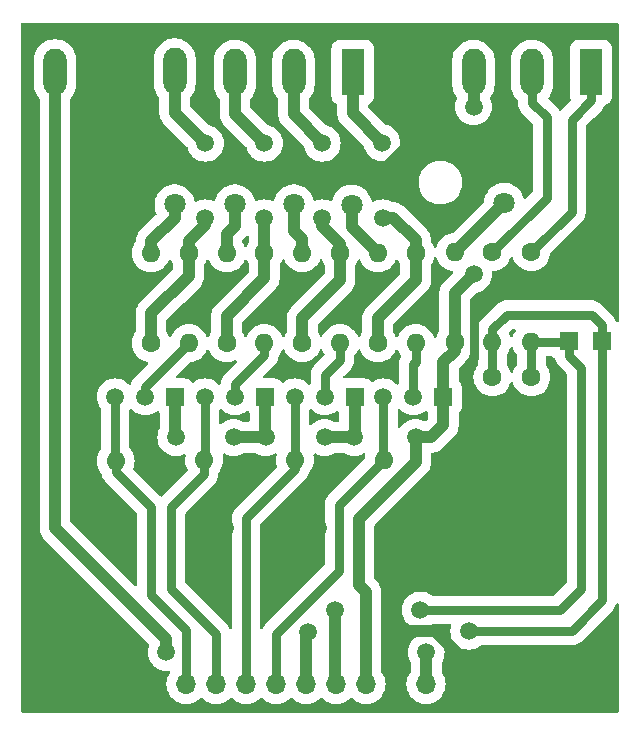
<source format=gbr>
%TF.GenerationSoftware,KiCad,Pcbnew,8.0.6*%
%TF.CreationDate,2025-08-05T17:19:42-05:00*%
%TF.ProjectId,PPDuino Nano Entradas,50504475-696e-46f2-904e-616e6f20456e,rev?*%
%TF.SameCoordinates,Original*%
%TF.FileFunction,Copper,L2,Bot*%
%TF.FilePolarity,Positive*%
%FSLAX46Y46*%
G04 Gerber Fmt 4.6, Leading zero omitted, Abs format (unit mm)*
G04 Created by KiCad (PCBNEW 8.0.6) date 2025-08-05 17:19:42*
%MOMM*%
%LPD*%
G01*
G04 APERTURE LIST*
%TA.AperFunction,ComponentPad*%
%ADD10C,1.600000*%
%TD*%
%TA.AperFunction,ComponentPad*%
%ADD11O,1.600000X1.600000*%
%TD*%
%TA.AperFunction,ComponentPad*%
%ADD12R,1.600000X1.600000*%
%TD*%
%TA.AperFunction,ComponentPad*%
%ADD13R,1.800000X1.800000*%
%TD*%
%TA.AperFunction,ComponentPad*%
%ADD14C,1.800000*%
%TD*%
%TA.AperFunction,ComponentPad*%
%ADD15R,1.980000X3.960000*%
%TD*%
%TA.AperFunction,ComponentPad*%
%ADD16O,1.980000X3.960000*%
%TD*%
%TA.AperFunction,ComponentPad*%
%ADD17R,1.500000X1.500000*%
%TD*%
%TA.AperFunction,ComponentPad*%
%ADD18C,1.500000*%
%TD*%
%TA.AperFunction,ComponentPad*%
%ADD19R,1.700000X1.700000*%
%TD*%
%TA.AperFunction,ComponentPad*%
%ADD20O,1.700000X1.700000*%
%TD*%
%TA.AperFunction,ViaPad*%
%ADD21C,1.500000*%
%TD*%
%TA.AperFunction,Conductor*%
%ADD22C,0.800000*%
%TD*%
%TA.AperFunction,Conductor*%
%ADD23C,1.000000*%
%TD*%
%TA.AperFunction,Conductor*%
%ADD24C,0.600000*%
%TD*%
G04 APERTURE END LIST*
D10*
%TO.P,R3,1*%
%TO.N,GND*%
X151100000Y-106510000D03*
D11*
%TO.P,R3,2*%
%TO.N,/DI3m*%
X151100000Y-98890000D03*
%TD*%
D10*
%TO.P,R7,1*%
%TO.N,/DI1*%
X137800000Y-89020000D03*
D11*
%TO.P,R7,2*%
%TO.N,Net-(D2-A)*%
X137800000Y-81400000D03*
%TD*%
D10*
%TO.P,R9,1*%
%TO.N,/DI1*%
X141000000Y-81380000D03*
D11*
%TO.P,R9,2*%
%TO.N,Net-(Q2-B)*%
X141000000Y-89000000D03*
%TD*%
D10*
%TO.P,R5,1*%
%TO.N,/DI2*%
X147400000Y-81380000D03*
D11*
%TO.P,R5,2*%
%TO.N,Net-(Q3-B)*%
X147400000Y-89000000D03*
%TD*%
D10*
%TO.P,R4,1*%
%TO.N,/DI2*%
X144200000Y-89000000D03*
D11*
%TO.P,R4,2*%
%TO.N,Net-(D3-A)*%
X144200000Y-81380000D03*
%TD*%
D10*
%TO.P,R10,1*%
%TO.N,/DI0*%
X134600000Y-81400000D03*
D11*
%TO.P,R10,2*%
%TO.N,Net-(Q1-B)*%
X134600000Y-89020000D03*
%TD*%
D10*
%TO.P,R1,1*%
%TO.N,/DI3*%
X150600000Y-89020000D03*
D11*
%TO.P,R1,2*%
%TO.N,Net-(D4-A)*%
X150600000Y-81400000D03*
%TD*%
D10*
%TO.P,R15,1*%
%TO.N,/AI0*%
X160300000Y-81290000D03*
D11*
%TO.P,R15,2*%
%TO.N,/AI0m*%
X160300000Y-88910000D03*
%TD*%
D10*
%TO.P,R13,1*%
%TO.N,+5V*%
X157100000Y-88910000D03*
D11*
%TO.P,R13,2*%
%TO.N,Net-(D5-A)*%
X157100000Y-81290000D03*
%TD*%
D12*
%TO.P,D6,1,K*%
%TO.N,/AI0m*%
X169600000Y-88810000D03*
D11*
%TO.P,D6,2,A*%
%TO.N,GND*%
X169600000Y-81190000D03*
%TD*%
D13*
%TO.P,D3,1,K*%
%TO.N,GND*%
X143500000Y-74725000D03*
D14*
%TO.P,D3,2,A*%
%TO.N,Net-(D3-A)*%
X143500000Y-77265000D03*
%TD*%
D15*
%TO.P,J10,1,Pin_1*%
%TO.N,GND*%
X128265000Y-66057500D03*
D16*
%TO.P,J10,2,Pin_2*%
%TO.N,VDD*%
X123265000Y-66057500D03*
%TD*%
D10*
%TO.P,R6,1*%
%TO.N,GND*%
X143600000Y-106500000D03*
D11*
%TO.P,R6,2*%
%TO.N,/DI2m*%
X143600000Y-98880000D03*
%TD*%
D17*
%TO.P,Q4,1,C*%
%TO.N,+5V*%
X156150000Y-93550000D03*
D18*
%TO.P,Q4,2,B*%
%TO.N,Net-(Q4-B)*%
X153610000Y-93550000D03*
%TO.P,Q4,3,E*%
%TO.N,/DI3m*%
X151070000Y-93550000D03*
%TD*%
D15*
%TO.P,J3,1,Pin_1*%
%TO.N,/AI1*%
X168660000Y-66090000D03*
D16*
%TO.P,J3,2,Pin_2*%
%TO.N,/AI0*%
X163660000Y-66090000D03*
%TO.P,J3,3,Pin_3*%
%TO.N,+5V*%
X158700000Y-66090000D03*
%TO.P,J3,4,Pin_4*%
%TO.N,GND*%
X153600000Y-65990000D03*
%TD*%
D15*
%TO.P,J2,1,Pin_1*%
%TO.N,/DI3*%
X148460000Y-66090000D03*
D16*
%TO.P,J2,2,Pin_2*%
%TO.N,/DI2*%
X143460000Y-66090000D03*
%TO.P,J2,3,Pin_3*%
%TO.N,/DI1*%
X138500000Y-66090000D03*
%TO.P,J2,4,Pin_4*%
%TO.N,/DI0*%
X133400000Y-65990000D03*
%TD*%
D17*
%TO.P,Q1,1,C*%
%TO.N,+5V*%
X133450000Y-93550000D03*
D18*
%TO.P,Q1,2,B*%
%TO.N,Net-(Q1-B)*%
X130910000Y-93550000D03*
%TO.P,Q1,3,E*%
%TO.N,/DI0m*%
X128370000Y-93550000D03*
%TD*%
D10*
%TO.P,R12,1*%
%TO.N,GND*%
X128400000Y-106610000D03*
D11*
%TO.P,R12,2*%
%TO.N,/DI0m*%
X128400000Y-98990000D03*
%TD*%
D10*
%TO.P,R16,1*%
%TO.N,/AI1m*%
X163600000Y-91900000D03*
D11*
%TO.P,R16,2*%
%TO.N,GND*%
X163600000Y-99520000D03*
%TD*%
D10*
%TO.P,R17,1*%
%TO.N,/AI1*%
X163600000Y-81290000D03*
D11*
%TO.P,R17,2*%
%TO.N,/AI1m*%
X163600000Y-88910000D03*
%TD*%
D12*
%TO.P,D7,1,K*%
%TO.N,/AI1m*%
X166800000Y-88810000D03*
D11*
%TO.P,D7,2,A*%
%TO.N,GND*%
X166800000Y-81190000D03*
%TD*%
D13*
%TO.P,D4,1,K*%
%TO.N,GND*%
X148400000Y-74766421D03*
D14*
%TO.P,D4,2,A*%
%TO.N,Net-(D4-A)*%
X148400000Y-77306421D03*
%TD*%
D13*
%TO.P,D5,1,K*%
%TO.N,GND*%
X161300000Y-74615000D03*
D14*
%TO.P,D5,2,A*%
%TO.N,Net-(D5-A)*%
X161300000Y-77155000D03*
%TD*%
D10*
%TO.P,R14,1*%
%TO.N,/AI0m*%
X160300000Y-91900000D03*
D11*
%TO.P,R14,2*%
%TO.N,GND*%
X160300000Y-99520000D03*
%TD*%
D13*
%TO.P,D1,1,K*%
%TO.N,GND*%
X133400000Y-74725000D03*
D14*
%TO.P,D1,2,A*%
%TO.N,Net-(D1-A)*%
X133400000Y-77265000D03*
%TD*%
D17*
%TO.P,Q2,1,C*%
%TO.N,+5V*%
X141050000Y-93550000D03*
D18*
%TO.P,Q2,2,B*%
%TO.N,Net-(Q2-B)*%
X138510000Y-93550000D03*
%TO.P,Q2,3,E*%
%TO.N,/DI1m*%
X135970000Y-93550000D03*
%TD*%
D17*
%TO.P,Q3,1,C*%
%TO.N,+5V*%
X148650000Y-93550000D03*
D18*
%TO.P,Q3,2,B*%
%TO.N,Net-(Q3-B)*%
X146110000Y-93550000D03*
%TO.P,Q3,3,E*%
%TO.N,/DI2m*%
X143570000Y-93550000D03*
%TD*%
D10*
%TO.P,R2,1*%
%TO.N,/DI3*%
X153800000Y-81400000D03*
D11*
%TO.P,R2,2*%
%TO.N,Net-(Q4-B)*%
X153800000Y-89020000D03*
%TD*%
D13*
%TO.P,D2,1,K*%
%TO.N,GND*%
X138500000Y-74725000D03*
D14*
%TO.P,D2,2,A*%
%TO.N,Net-(D2-A)*%
X138500000Y-77265000D03*
%TD*%
D19*
%TO.P,J11,1,Pin_1*%
%TO.N,GND*%
X157220000Y-117890000D03*
D20*
%TO.P,J11,2,Pin_2*%
%TO.N,VDD*%
X154680000Y-117890000D03*
%TO.P,J11,3,Pin_3*%
%TO.N,GND*%
X152140000Y-117890000D03*
%TO.P,J11,4,Pin_4*%
%TO.N,+5V*%
X149600000Y-117890000D03*
%TO.P,J11,5,Pin_5*%
%TO.N,/AI1m*%
X147060000Y-117890000D03*
%TO.P,J11,6,Pin_6*%
%TO.N,/AI0m*%
X144520000Y-117890000D03*
%TO.P,J11,7,Pin_7*%
%TO.N,/DI3m*%
X141980000Y-117890000D03*
%TO.P,J11,8,Pin_8*%
%TO.N,/DI2m*%
X139440000Y-117890000D03*
%TO.P,J11,9,Pin_9*%
%TO.N,/DI1m*%
X136900000Y-117890000D03*
%TO.P,J11,10,Pin_10*%
%TO.N,/DI0m*%
X134360000Y-117890000D03*
%TD*%
D10*
%TO.P,R8,1*%
%TO.N,/DI0*%
X131400000Y-89020000D03*
D11*
%TO.P,R8,2*%
%TO.N,Net-(D1-A)*%
X131400000Y-81400000D03*
%TD*%
D10*
%TO.P,R11,1*%
%TO.N,GND*%
X135900000Y-106510000D03*
D11*
%TO.P,R11,2*%
%TO.N,/DI1m*%
X135900000Y-98890000D03*
%TD*%
D21*
%TO.N,GND*%
X143600000Y-104700000D03*
X151100000Y-104700000D03*
X135900000Y-104700000D03*
X137700000Y-104700000D03*
X145500000Y-104700000D03*
X128400000Y-104700000D03*
%TO.N,+5V*%
X153800000Y-97000000D03*
X141100000Y-97000000D03*
X148600000Y-97000000D03*
X146100000Y-97000000D03*
X158700000Y-83200000D03*
X133500000Y-97000000D03*
X138400000Y-97000000D03*
X158700000Y-69000000D03*
%TO.N,/AI1m*%
X154200000Y-111600000D03*
X147000000Y-111600000D03*
%TO.N,/DI0*%
X136000000Y-78390000D03*
X136000000Y-72090000D03*
%TO.N,/DI3*%
X150950000Y-72040000D03*
X151000000Y-78390000D03*
%TO.N,/DI1*%
X141000000Y-78390000D03*
X141000000Y-72090000D03*
%TO.N,/DI2*%
X145900000Y-72090000D03*
X145900000Y-78390000D03*
%TO.N,VDD*%
X154700000Y-115200000D03*
X132700000Y-115200000D03*
%TO.N,/AI0m*%
X158300000Y-113400000D03*
X144660000Y-113460000D03*
%TD*%
D22*
%TO.N,/DI3m*%
X141980000Y-113620000D02*
X147300000Y-108300000D01*
X141980000Y-117890000D02*
X141980000Y-113620000D01*
X151100000Y-98900000D02*
X151100000Y-98890000D01*
X151070000Y-93550000D02*
X151070000Y-98860000D01*
X151070000Y-98860000D02*
X151100000Y-98890000D01*
X147300000Y-108300000D02*
X147300000Y-102700000D01*
X147300000Y-102700000D02*
X151100000Y-98900000D01*
%TO.N,/DI1m*%
X135970000Y-98820000D02*
X135900000Y-98890000D01*
X135900000Y-100100000D02*
X133100000Y-102900000D01*
X135900000Y-93620000D02*
X135970000Y-93550000D01*
X133100000Y-102900000D02*
X133100000Y-109800000D01*
X133100000Y-109800000D02*
X136900000Y-113600000D01*
X135970000Y-93550000D02*
X135970000Y-98820000D01*
X136900000Y-113600000D02*
X136900000Y-117890000D01*
X135900000Y-98890000D02*
X135900000Y-100100000D01*
%TO.N,GND*%
X158200000Y-98200000D02*
X158200000Y-90800000D01*
D23*
X125900000Y-102100000D02*
X128400000Y-104600000D01*
X129735000Y-74715000D02*
X128060000Y-76390000D01*
X153600000Y-68900000D02*
X153600000Y-70400000D01*
X160300000Y-99520000D02*
X160280000Y-99500000D01*
X129900000Y-74715000D02*
X129735000Y-74715000D01*
X133400000Y-74725000D02*
X138500000Y-74725000D01*
X158200000Y-100100000D02*
X158200000Y-99600000D01*
D22*
X158300000Y-99500000D02*
X158200000Y-99400000D01*
D23*
X135900000Y-106510000D02*
X135900000Y-104700000D01*
X128085000Y-74715000D02*
X128060000Y-74690000D01*
X157220000Y-117890000D02*
X157200000Y-117870000D01*
D22*
X158700000Y-86600000D02*
X160900000Y-84400000D01*
D23*
X150733579Y-74766421D02*
X153600000Y-71900000D01*
X138500000Y-74725000D02*
X143500000Y-74725000D01*
D22*
X158200000Y-90800000D02*
X158700000Y-90300000D01*
D23*
X152140000Y-106550000D02*
X152100000Y-106510000D01*
X143600000Y-106500000D02*
X143600000Y-104700000D01*
X143600000Y-104700000D02*
X145500000Y-104700000D01*
X159500000Y-99500000D02*
X158300000Y-99500000D01*
X158200000Y-101000000D02*
X158200000Y-100100000D01*
X135900000Y-104700000D02*
X137700000Y-104700000D01*
X128400000Y-104600000D02*
X128400000Y-104700000D01*
X163600000Y-99520000D02*
X162500000Y-99520000D01*
X155100000Y-70400000D02*
X153600000Y-70400000D01*
X152140000Y-117890000D02*
X152140000Y-113400000D01*
X169600000Y-81190000D02*
X166800000Y-81190000D01*
X158200000Y-100100000D02*
X158200000Y-98200000D01*
X165400000Y-84400000D02*
X166800000Y-83000000D01*
X151100000Y-106510000D02*
X151100000Y-104700000D01*
X155100000Y-70400000D02*
X153600000Y-68900000D01*
X153600000Y-70400000D02*
X153600000Y-71900000D01*
D22*
X158700000Y-90300000D02*
X158700000Y-86600000D01*
X158200000Y-99400000D02*
X158200000Y-98200000D01*
D23*
X152790000Y-106510000D02*
X158200000Y-101100000D01*
X166800000Y-83000000D02*
X166800000Y-81190000D01*
X148358579Y-74725000D02*
X148400000Y-74766421D01*
X129685000Y-74715000D02*
X128060000Y-73090000D01*
X159500000Y-99700000D02*
X159500000Y-99500000D01*
X157085000Y-70400000D02*
X155100000Y-70400000D01*
X128060000Y-66262500D02*
X128060000Y-73090000D01*
X128060000Y-73090000D02*
X128060000Y-74690000D01*
X152100000Y-106510000D02*
X152790000Y-106510000D01*
X151100000Y-106510000D02*
X152100000Y-106510000D01*
X153600000Y-65990000D02*
X153600000Y-68900000D01*
X158200000Y-99600000D02*
X158300000Y-99500000D01*
X161300000Y-74615000D02*
X157085000Y-70400000D01*
X148400000Y-74766421D02*
X150733579Y-74766421D01*
X128060000Y-76390000D02*
X125900000Y-78550000D01*
X161215000Y-74700000D02*
X161300000Y-74615000D01*
X159500000Y-99500000D02*
X158200000Y-98200000D01*
X128400000Y-104700000D02*
X128400000Y-106610000D01*
X157200000Y-117870000D02*
X157200000Y-115200000D01*
X129910000Y-74725000D02*
X133400000Y-74725000D01*
X125900000Y-78550000D02*
X125900000Y-102100000D01*
X143500000Y-74725000D02*
X148358579Y-74725000D01*
X160280000Y-99500000D02*
X159500000Y-99500000D01*
X155400000Y-113400000D02*
X152140000Y-113400000D01*
X129900000Y-74715000D02*
X128085000Y-74715000D01*
X158200000Y-101000000D02*
X159500000Y-99700000D01*
X162500000Y-99520000D02*
X160300000Y-99520000D01*
X129735000Y-74715000D02*
X129685000Y-74715000D01*
X129900000Y-74715000D02*
X129910000Y-74725000D01*
X128265000Y-66057500D02*
X128060000Y-66262500D01*
X160900000Y-84400000D02*
X165400000Y-84400000D01*
X128060000Y-74690000D02*
X128060000Y-76390000D01*
X153600000Y-71900000D02*
X155100000Y-70400000D01*
X158200000Y-101100000D02*
X158200000Y-101000000D01*
X152140000Y-113400000D02*
X152140000Y-106550000D01*
X157200000Y-115200000D02*
X155400000Y-113400000D01*
D22*
%TO.N,/DI0m*%
X134360000Y-113260000D02*
X131400000Y-110300000D01*
X131400000Y-110300000D02*
X131400000Y-102900000D01*
X134360000Y-117890000D02*
X134360000Y-113260000D01*
X128370000Y-98960000D02*
X128400000Y-98990000D01*
X128370000Y-93550000D02*
X128370000Y-98960000D01*
X128400000Y-99900000D02*
X128400000Y-98990000D01*
X131400000Y-102900000D02*
X128400000Y-99900000D01*
D23*
%TO.N,+5V*%
X149600000Y-110100000D02*
X149000000Y-109500000D01*
X156150000Y-93550000D02*
X156150000Y-95950000D01*
X158700000Y-83200000D02*
X157100000Y-84800000D01*
X156150000Y-95950000D02*
X155100000Y-97000000D01*
X149600000Y-117890000D02*
X149600000Y-110100000D01*
X148600000Y-97000000D02*
X146100000Y-97000000D01*
X148650000Y-93550000D02*
X148650000Y-96950000D01*
X141050000Y-96950000D02*
X141100000Y-97000000D01*
X157100000Y-84800000D02*
X157100000Y-88910000D01*
X157100000Y-89700000D02*
X157100000Y-88910000D01*
X149000000Y-109500000D02*
X149000000Y-103900000D01*
X156150000Y-90650000D02*
X157100000Y-89700000D01*
X141100000Y-97000000D02*
X138400000Y-97000000D01*
X141050000Y-93550000D02*
X141050000Y-96950000D01*
X156150000Y-93550000D02*
X156150000Y-90650000D01*
X153800000Y-99100000D02*
X153800000Y-97000000D01*
X133450000Y-93550000D02*
X133450000Y-96950000D01*
X133450000Y-96950000D02*
X133500000Y-97000000D01*
X148650000Y-96950000D02*
X148600000Y-97000000D01*
X157100000Y-88910000D02*
X157180000Y-88990000D01*
X149000000Y-103900000D02*
X153800000Y-99100000D01*
X158700000Y-66090000D02*
X158700000Y-69000000D01*
X155100000Y-97000000D02*
X153800000Y-97000000D01*
D22*
%TO.N,/AI0*%
X163660000Y-68660000D02*
X164900000Y-69900000D01*
X164900000Y-69900000D02*
X164900000Y-76690000D01*
X164900000Y-76690000D02*
X160300000Y-81290000D01*
X163660000Y-66090000D02*
X163660000Y-68660000D01*
%TO.N,/AI1*%
X163610000Y-81290000D02*
X163600000Y-81290000D01*
X168660000Y-68450000D02*
X167000000Y-70110000D01*
X167000000Y-77900000D02*
X163610000Y-81290000D01*
X167000000Y-70110000D02*
X167000000Y-77900000D01*
X168660000Y-66090000D02*
X168660000Y-68450000D01*
%TO.N,/DI2m*%
X139440000Y-103860000D02*
X143600000Y-99700000D01*
X143570000Y-93550000D02*
X143600000Y-93580000D01*
X143570000Y-93550000D02*
X143570000Y-98850000D01*
X143600000Y-99700000D02*
X143600000Y-98880000D01*
X139440000Y-117890000D02*
X139440000Y-103860000D01*
X143570000Y-98850000D02*
X143600000Y-98880000D01*
D23*
%TO.N,Net-(D1-A)*%
X133400000Y-78400000D02*
X133400000Y-77265000D01*
X131400000Y-80400000D02*
X133400000Y-78400000D01*
X131400000Y-81400000D02*
X131400000Y-80400000D01*
%TO.N,/AI1m*%
X147000000Y-111600000D02*
X147000000Y-117830000D01*
D22*
X166700000Y-88910000D02*
X166800000Y-88810000D01*
X154200000Y-111600000D02*
X166000000Y-111600000D01*
X163600000Y-88910000D02*
X163600000Y-91900000D01*
X166800000Y-90100000D02*
X166800000Y-88810000D01*
X166000000Y-111600000D02*
X167800000Y-109800000D01*
X163600000Y-88910000D02*
X166700000Y-88910000D01*
X167800000Y-91100000D02*
X166800000Y-90100000D01*
X167800000Y-109800000D02*
X167800000Y-91100000D01*
D23*
X147000000Y-117830000D02*
X147060000Y-117890000D01*
%TO.N,Net-(D2-A)*%
X138500000Y-77265000D02*
X138500000Y-79100000D01*
X137800000Y-79800000D02*
X137800000Y-81400000D01*
X138500000Y-79100000D02*
X137800000Y-79800000D01*
%TO.N,Net-(D3-A)*%
X144200000Y-80200000D02*
X143500000Y-79500000D01*
X143500000Y-79500000D02*
X143500000Y-77265000D01*
X144200000Y-81380000D02*
X144200000Y-80200000D01*
%TO.N,Net-(D4-A)*%
X148400000Y-77306421D02*
X148400000Y-79200000D01*
X148400000Y-79200000D02*
X150600000Y-81400000D01*
%TO.N,/DI0*%
X134600000Y-83290000D02*
X134600000Y-81400000D01*
X131400000Y-86490000D02*
X134600000Y-83290000D01*
X131400000Y-89020000D02*
X131400000Y-86490000D01*
D24*
X136000000Y-78390000D02*
X136000000Y-78990000D01*
D23*
X133400000Y-65990000D02*
X133400000Y-69490000D01*
X133400000Y-69490000D02*
X136000000Y-72090000D01*
X136000000Y-78990000D02*
X134600000Y-80390000D01*
X134600000Y-80390000D02*
X134600000Y-81400000D01*
%TO.N,/DI3*%
X151900000Y-78390000D02*
X153800000Y-80290000D01*
X150600000Y-86890000D02*
X153800000Y-83690000D01*
X151000000Y-78390000D02*
X151900000Y-78390000D01*
X153800000Y-80290000D02*
X153800000Y-81400000D01*
D24*
X150950000Y-72040000D02*
X151000000Y-71990000D01*
D23*
X150600000Y-89020000D02*
X150600000Y-86890000D01*
X150950000Y-72040000D02*
X148460000Y-69550000D01*
X148460000Y-69550000D02*
X148460000Y-66090000D01*
X153800000Y-83690000D02*
X153800000Y-81400000D01*
%TO.N,/DI1*%
X141000000Y-81380000D02*
X141000000Y-78390000D01*
X138500000Y-66090000D02*
X138500000Y-69590000D01*
X138500000Y-69590000D02*
X141000000Y-72090000D01*
X137800000Y-89020000D02*
X137800000Y-86690000D01*
X137800000Y-86690000D02*
X141000000Y-83490000D01*
X141000000Y-83490000D02*
X141000000Y-81380000D01*
%TO.N,/DI2*%
X147400000Y-80590000D02*
X147400000Y-81380000D01*
X145900000Y-78390000D02*
X145900000Y-79090000D01*
X143460000Y-66090000D02*
X143460000Y-69650000D01*
X144200000Y-86890000D02*
X147400000Y-83690000D01*
X144200000Y-89000000D02*
X144200000Y-86890000D01*
X143460000Y-69650000D02*
X145900000Y-72090000D01*
X145900000Y-79090000D02*
X147400000Y-80590000D01*
X147400000Y-83690000D02*
X147400000Y-81380000D01*
%TO.N,VDD*%
X132700000Y-115200000D02*
X132700000Y-114100000D01*
X123265000Y-104665000D02*
X123265000Y-66057500D01*
X132700000Y-114100000D02*
X123265000Y-104665000D01*
X154700000Y-115200000D02*
X154700000Y-117870000D01*
X154700000Y-117870000D02*
X154680000Y-117890000D01*
D22*
%TO.N,/AI0m*%
X169600000Y-87500000D02*
X169600000Y-88810000D01*
X168700000Y-86600000D02*
X169600000Y-87500000D01*
D23*
X144520000Y-113600000D02*
X144520000Y-117890000D01*
D22*
X167000000Y-113400000D02*
X169600000Y-110800000D01*
X169600000Y-110800000D02*
X169600000Y-88810000D01*
D23*
X144660000Y-113460000D02*
X144520000Y-113600000D01*
D22*
X160300000Y-88910000D02*
X160300000Y-87800000D01*
X161500000Y-86600000D02*
X168700000Y-86600000D01*
X160300000Y-87800000D02*
X161500000Y-86600000D01*
X160300000Y-88910000D02*
X160300000Y-91900000D01*
X158300000Y-113400000D02*
X167000000Y-113400000D01*
%TO.N,Net-(Q1-B)*%
X130910000Y-92710000D02*
X134600000Y-89020000D01*
X130910000Y-93550000D02*
X130910000Y-92710000D01*
D24*
X134600000Y-89020000D02*
X134600000Y-89090000D01*
D22*
%TO.N,Net-(Q2-B)*%
X141000000Y-89000000D02*
X141000000Y-90000000D01*
X138510000Y-92490000D02*
X138510000Y-93550000D01*
X141000000Y-90000000D02*
X138510000Y-92490000D01*
%TO.N,Net-(Q3-B)*%
X146110000Y-91710000D02*
X146110000Y-93550000D01*
D24*
X146100000Y-91700000D02*
X146110000Y-91710000D01*
D22*
X147400000Y-90400000D02*
X146100000Y-91700000D01*
X147400000Y-89000000D02*
X147400000Y-90400000D01*
%TO.N,Net-(Q4-B)*%
X153800000Y-89020000D02*
X153800000Y-90600000D01*
X153800000Y-90600000D02*
X153600000Y-90800000D01*
X153600000Y-90800000D02*
X153610000Y-90810000D01*
X153610000Y-90810000D02*
X153610000Y-93550000D01*
D23*
%TO.N,Net-(D5-A)*%
X157165000Y-81290000D02*
X161300000Y-77155000D01*
X157100000Y-81290000D02*
X157165000Y-81290000D01*
%TD*%
%TA.AperFunction,Conductor*%
%TO.N,GND*%
G36*
X170875529Y-61899975D02*
G01*
X170942560Y-61919672D01*
X170988305Y-61972485D01*
X170999500Y-62023974D01*
X170999500Y-87139411D01*
X170979815Y-87206450D01*
X170927011Y-87252205D01*
X170857853Y-87262149D01*
X170794297Y-87233124D01*
X170757569Y-87177730D01*
X170712545Y-87039163D01*
X170626759Y-86870800D01*
X170515690Y-86717926D01*
X169482074Y-85684310D01*
X169329199Y-85573240D01*
X169160836Y-85487454D01*
X168981118Y-85429059D01*
X168794486Y-85399500D01*
X168794481Y-85399500D01*
X161594481Y-85399500D01*
X161405518Y-85399500D01*
X161405513Y-85399500D01*
X161218885Y-85429059D01*
X161039165Y-85487454D01*
X160870800Y-85573240D01*
X160717923Y-85684312D01*
X159384312Y-87017923D01*
X159273240Y-87170800D01*
X159187454Y-87339163D01*
X159129059Y-87518881D01*
X159099500Y-87705513D01*
X159099500Y-87805458D01*
X159079815Y-87872497D01*
X159069791Y-87885989D01*
X159001161Y-87966344D01*
X159001160Y-87966346D01*
X158869533Y-88181140D01*
X158814561Y-88313857D01*
X158770720Y-88368260D01*
X158704426Y-88390325D01*
X158636727Y-88373046D01*
X158589116Y-88321909D01*
X158585439Y-88313857D01*
X158530466Y-88181140D01*
X158418773Y-87998874D01*
X158400500Y-87934084D01*
X158400500Y-85390046D01*
X158420185Y-85323007D01*
X158436819Y-85302365D01*
X158997183Y-84742000D01*
X159055914Y-84709109D01*
X159180612Y-84679172D01*
X159180613Y-84679172D01*
X159406085Y-84585779D01*
X159406086Y-84585778D01*
X159406089Y-84585777D01*
X159614179Y-84458259D01*
X159799759Y-84299759D01*
X159958259Y-84114179D01*
X160085777Y-83906089D01*
X160179172Y-83680612D01*
X160236146Y-83443302D01*
X160255294Y-83200000D01*
X160241476Y-83024433D01*
X160255840Y-82956061D01*
X160304891Y-82906304D01*
X160355362Y-82891091D01*
X160551148Y-82875683D01*
X160796111Y-82816873D01*
X161028859Y-82720466D01*
X161243659Y-82588836D01*
X161435224Y-82425224D01*
X161598836Y-82233659D01*
X161730466Y-82018859D01*
X161826873Y-81786111D01*
X161828827Y-81777974D01*
X161829426Y-81775479D01*
X161864215Y-81714886D01*
X161926241Y-81682721D01*
X161995810Y-81689196D01*
X162050835Y-81732255D01*
X162070574Y-81775479D01*
X162073125Y-81786107D01*
X162073126Y-81786109D01*
X162169533Y-82018859D01*
X162301160Y-82233653D01*
X162301161Y-82233656D01*
X162301164Y-82233659D01*
X162464776Y-82425224D01*
X162613066Y-82551875D01*
X162656343Y-82588838D01*
X162656346Y-82588839D01*
X162871140Y-82720466D01*
X163088421Y-82810466D01*
X163103889Y-82816873D01*
X163348852Y-82875683D01*
X163600000Y-82895449D01*
X163851148Y-82875683D01*
X164096111Y-82816873D01*
X164328859Y-82720466D01*
X164543659Y-82588836D01*
X164735224Y-82425224D01*
X164898836Y-82233659D01*
X165030466Y-82018859D01*
X165126873Y-81786111D01*
X165185683Y-81541148D01*
X165193119Y-81446658D01*
X165218002Y-81381370D01*
X165229049Y-81368713D01*
X167915690Y-78682074D01*
X168026760Y-78529199D01*
X168112547Y-78360832D01*
X168170940Y-78181118D01*
X168198852Y-78004888D01*
X168200500Y-77994486D01*
X168200500Y-70658625D01*
X168220185Y-70591586D01*
X168236819Y-70570944D01*
X168893590Y-69914173D01*
X169575690Y-69232073D01*
X169686760Y-69079199D01*
X169772053Y-68911800D01*
X169820027Y-68861004D01*
X169841575Y-68851056D01*
X169999522Y-68795789D01*
X170152262Y-68699816D01*
X170279816Y-68572262D01*
X170375789Y-68419522D01*
X170435368Y-68249255D01*
X170436469Y-68239489D01*
X170442934Y-68182104D01*
X170450500Y-68114954D01*
X170450500Y-64065046D01*
X170435368Y-63930745D01*
X170375789Y-63760478D01*
X170279816Y-63607738D01*
X170152262Y-63480184D01*
X170117275Y-63458200D01*
X169999523Y-63384211D01*
X169829254Y-63324631D01*
X169829249Y-63324630D01*
X169694960Y-63309500D01*
X169694954Y-63309500D01*
X167625046Y-63309500D01*
X167625039Y-63309500D01*
X167490750Y-63324630D01*
X167490745Y-63324631D01*
X167320476Y-63384211D01*
X167167737Y-63480184D01*
X167040184Y-63607737D01*
X166944211Y-63760476D01*
X166884631Y-63930745D01*
X166884630Y-63930750D01*
X166869500Y-64065039D01*
X166869500Y-68114960D01*
X166884630Y-68249249D01*
X166884631Y-68249254D01*
X166931050Y-68381910D01*
X166934611Y-68451689D01*
X166901689Y-68510546D01*
X166119551Y-69292684D01*
X166058228Y-69326169D01*
X165988536Y-69321185D01*
X165932603Y-69279313D01*
X165927775Y-69272198D01*
X165926686Y-69270699D01*
X165815690Y-69117927D01*
X165682073Y-68984310D01*
X165065023Y-68367260D01*
X165031538Y-68305937D01*
X165036522Y-68236245D01*
X165054325Y-68204097D01*
X165151941Y-68076883D01*
X165269296Y-67873617D01*
X165359117Y-67656772D01*
X165419864Y-67430059D01*
X165450500Y-67197356D01*
X165450500Y-64982644D01*
X165419864Y-64749941D01*
X165359117Y-64523228D01*
X165307790Y-64399316D01*
X165269299Y-64306389D01*
X165269294Y-64306379D01*
X165151941Y-64103117D01*
X165009059Y-63916909D01*
X165009053Y-63916902D01*
X164843097Y-63750946D01*
X164843090Y-63750940D01*
X164656882Y-63608058D01*
X164453620Y-63490705D01*
X164453610Y-63490700D01*
X164236779Y-63400886D01*
X164236780Y-63400886D01*
X164236772Y-63400883D01*
X164010059Y-63340136D01*
X164010053Y-63340135D01*
X164010048Y-63340134D01*
X163777365Y-63309501D01*
X163777362Y-63309500D01*
X163777356Y-63309500D01*
X163542644Y-63309500D01*
X163542638Y-63309500D01*
X163542634Y-63309501D01*
X163309951Y-63340134D01*
X163309944Y-63340135D01*
X163309941Y-63340136D01*
X163234370Y-63360385D01*
X163083234Y-63400881D01*
X163083220Y-63400886D01*
X162866389Y-63490700D01*
X162866379Y-63490705D01*
X162663117Y-63608058D01*
X162476909Y-63750940D01*
X162476902Y-63750946D01*
X162310946Y-63916902D01*
X162310940Y-63916909D01*
X162168058Y-64103117D01*
X162050705Y-64306379D01*
X162050700Y-64306389D01*
X161960886Y-64523220D01*
X161960881Y-64523234D01*
X161900137Y-64749938D01*
X161900134Y-64749951D01*
X161869501Y-64982634D01*
X161869500Y-64982650D01*
X161869500Y-67197349D01*
X161869501Y-67197365D01*
X161900134Y-67430048D01*
X161900135Y-67430053D01*
X161900136Y-67430059D01*
X161960883Y-67656772D01*
X161960886Y-67656779D01*
X162050700Y-67873610D01*
X162050705Y-67873620D01*
X162168058Y-68076882D01*
X162310939Y-68263089D01*
X162310940Y-68263090D01*
X162310942Y-68263092D01*
X162423182Y-68375332D01*
X162456666Y-68436653D01*
X162459500Y-68463012D01*
X162459500Y-68754486D01*
X162489059Y-68941118D01*
X162547454Y-69120836D01*
X162628203Y-69279313D01*
X162633240Y-69289199D01*
X162744310Y-69442074D01*
X163216415Y-69914179D01*
X163663181Y-70360944D01*
X163696666Y-70422267D01*
X163699500Y-70448625D01*
X163699500Y-76141373D01*
X163679815Y-76208412D01*
X163663181Y-76229054D01*
X163145830Y-76746405D01*
X163084507Y-76779890D01*
X163014815Y-76774906D01*
X162958882Y-76733034D01*
X162937258Y-76686316D01*
X162929510Y-76652371D01*
X162929509Y-76652369D01*
X162929508Y-76652363D01*
X162836393Y-76415112D01*
X162708959Y-76194388D01*
X162550050Y-75995123D01*
X162363217Y-75821768D01*
X162152634Y-75678195D01*
X162152630Y-75678193D01*
X162152627Y-75678191D01*
X162152626Y-75678190D01*
X161923006Y-75567612D01*
X161923008Y-75567612D01*
X161679466Y-75492489D01*
X161679462Y-75492488D01*
X161679458Y-75492487D01*
X161558231Y-75474214D01*
X161427440Y-75454500D01*
X161427435Y-75454500D01*
X161172565Y-75454500D01*
X161172559Y-75454500D01*
X161015609Y-75478157D01*
X160920542Y-75492487D01*
X160920539Y-75492488D01*
X160920533Y-75492489D01*
X160676992Y-75567612D01*
X160447373Y-75678190D01*
X160447372Y-75678191D01*
X160236782Y-75821768D01*
X160049952Y-75995121D01*
X160049950Y-75995123D01*
X159891041Y-76194388D01*
X159763608Y-76415109D01*
X159670492Y-76652362D01*
X159670489Y-76652371D01*
X159613777Y-76900844D01*
X159613776Y-76900856D01*
X159609018Y-76964352D01*
X159584379Y-77029733D01*
X159573046Y-77042767D01*
X156949196Y-79666617D01*
X156887873Y-79700102D01*
X156871250Y-79702553D01*
X156848860Y-79704316D01*
X156848855Y-79704316D01*
X156848852Y-79704317D01*
X156848849Y-79704317D01*
X156848847Y-79704318D01*
X156603889Y-79763126D01*
X156371140Y-79859533D01*
X156156346Y-79991160D01*
X156156343Y-79991161D01*
X155964776Y-80154776D01*
X155801161Y-80346343D01*
X155801160Y-80346346D01*
X155669533Y-80561140D01*
X155573127Y-80793887D01*
X155555141Y-80868805D01*
X155520350Y-80929396D01*
X155458324Y-80961560D01*
X155388755Y-80955084D01*
X155333731Y-80912024D01*
X155320006Y-80887310D01*
X155230466Y-80671140D01*
X155118773Y-80488874D01*
X155100500Y-80424084D01*
X155100500Y-80187648D01*
X155099544Y-80181611D01*
X155068477Y-79985466D01*
X155049203Y-79926146D01*
X155046518Y-79917881D01*
X155005222Y-79790784D01*
X155005221Y-79790781D01*
X154912285Y-79608387D01*
X154904765Y-79598037D01*
X154904763Y-79598034D01*
X154791966Y-79442781D01*
X154647219Y-79298034D01*
X154647218Y-79298033D01*
X154644107Y-79294922D01*
X154644092Y-79294908D01*
X152747221Y-77398036D01*
X152747220Y-77398035D01*
X152747219Y-77398034D01*
X152581611Y-77277713D01*
X152466061Y-77218838D01*
X152466059Y-77218836D01*
X152399219Y-77184780D01*
X152235982Y-77131741D01*
X152235980Y-77131739D01*
X152204536Y-77121523D01*
X152204531Y-77121522D01*
X152063364Y-77099163D01*
X152002352Y-77089500D01*
X152002351Y-77089500D01*
X151880219Y-77089500D01*
X151815429Y-77071227D01*
X151809523Y-77067608D01*
X151768987Y-77042767D01*
X151706089Y-77004222D01*
X151480618Y-76910830D01*
X151480621Y-76910830D01*
X151374992Y-76885470D01*
X151243302Y-76853854D01*
X151243300Y-76853853D01*
X151243297Y-76853853D01*
X151000000Y-76834706D01*
X150756702Y-76853853D01*
X150756698Y-76853854D01*
X150541760Y-76905457D01*
X150519380Y-76910830D01*
X150293909Y-77004223D01*
X150293908Y-77004223D01*
X150249336Y-77031537D01*
X150181890Y-77049781D01*
X150115288Y-77028664D01*
X150070676Y-76974891D01*
X150063657Y-76953401D01*
X150029510Y-76803792D01*
X150029509Y-76803790D01*
X150029508Y-76803784D01*
X149936393Y-76566533D01*
X149808959Y-76345809D01*
X149650050Y-76146544D01*
X149463217Y-75973189D01*
X149252634Y-75829616D01*
X149252630Y-75829614D01*
X149252627Y-75829612D01*
X149252626Y-75829611D01*
X149023006Y-75719033D01*
X149023008Y-75719033D01*
X148779466Y-75643910D01*
X148779462Y-75643909D01*
X148779458Y-75643908D01*
X148658231Y-75625635D01*
X148527440Y-75605921D01*
X148527435Y-75605921D01*
X148272565Y-75605921D01*
X148272559Y-75605921D01*
X148115609Y-75629578D01*
X148020542Y-75643908D01*
X148020539Y-75643909D01*
X148020533Y-75643910D01*
X147776992Y-75719033D01*
X147547373Y-75829611D01*
X147547372Y-75829612D01*
X147336782Y-75973189D01*
X147149952Y-76146542D01*
X147149950Y-76146544D01*
X146991041Y-76345809D01*
X146863608Y-76566530D01*
X146770492Y-76803783D01*
X146770490Y-76803790D01*
X146747170Y-76905962D01*
X146713061Y-76966940D01*
X146651400Y-76999798D01*
X146581762Y-76994103D01*
X146578826Y-76992930D01*
X146380618Y-76910830D01*
X146380621Y-76910830D01*
X146274992Y-76885470D01*
X146143302Y-76853854D01*
X146143300Y-76853853D01*
X146143297Y-76853853D01*
X145900000Y-76834706D01*
X145656702Y-76853853D01*
X145419378Y-76910830D01*
X145419376Y-76910831D01*
X145321172Y-76951509D01*
X145251703Y-76958978D01*
X145189224Y-76927703D01*
X145153572Y-76867614D01*
X145152829Y-76864540D01*
X145129511Y-76762376D01*
X145129509Y-76762369D01*
X145129508Y-76762363D01*
X145036393Y-76525112D01*
X144908959Y-76304388D01*
X144750050Y-76105123D01*
X144563217Y-75931768D01*
X144352634Y-75788195D01*
X144352630Y-75788193D01*
X144352627Y-75788191D01*
X144352626Y-75788190D01*
X144123006Y-75677612D01*
X144123008Y-75677612D01*
X143879466Y-75602489D01*
X143879462Y-75602488D01*
X143879458Y-75602487D01*
X143758231Y-75584214D01*
X143627440Y-75564500D01*
X143627435Y-75564500D01*
X143372565Y-75564500D01*
X143372559Y-75564500D01*
X143215609Y-75588157D01*
X143120542Y-75602487D01*
X143120539Y-75602488D01*
X143120533Y-75602489D01*
X142876992Y-75677612D01*
X142647373Y-75788190D01*
X142647372Y-75788191D01*
X142436782Y-75931768D01*
X142249952Y-76105121D01*
X142249950Y-76105123D01*
X142091041Y-76304388D01*
X141963608Y-76525109D01*
X141870492Y-76762362D01*
X141870489Y-76762372D01*
X141838533Y-76902383D01*
X141804424Y-76963362D01*
X141742763Y-76996220D01*
X141673126Y-76990525D01*
X141670190Y-76989352D01*
X141480623Y-76910831D01*
X141480621Y-76910830D01*
X141374992Y-76885470D01*
X141243302Y-76853854D01*
X141243300Y-76853853D01*
X141243297Y-76853853D01*
X141000000Y-76834706D01*
X140756702Y-76853853D01*
X140519378Y-76910830D01*
X140519376Y-76910831D01*
X140329810Y-76989352D01*
X140260341Y-76996821D01*
X140197862Y-76965546D01*
X140162210Y-76905457D01*
X140161467Y-76902383D01*
X140129510Y-76762372D01*
X140129509Y-76762369D01*
X140129508Y-76762363D01*
X140036393Y-76525112D01*
X139908959Y-76304388D01*
X139750050Y-76105123D01*
X139563217Y-75931768D01*
X139352634Y-75788195D01*
X139352630Y-75788193D01*
X139352627Y-75788191D01*
X139352626Y-75788190D01*
X139123006Y-75677612D01*
X139123008Y-75677612D01*
X138879466Y-75602489D01*
X138879462Y-75602488D01*
X138879458Y-75602487D01*
X138758231Y-75584214D01*
X138627440Y-75564500D01*
X138627435Y-75564500D01*
X138372565Y-75564500D01*
X138372559Y-75564500D01*
X138215609Y-75588157D01*
X138120542Y-75602487D01*
X138120539Y-75602488D01*
X138120533Y-75602489D01*
X137876992Y-75677612D01*
X137647373Y-75788190D01*
X137647372Y-75788191D01*
X137436782Y-75931768D01*
X137249952Y-76105121D01*
X137249950Y-76105123D01*
X137091041Y-76304388D01*
X136963608Y-76525109D01*
X136870492Y-76762362D01*
X136870489Y-76762372D01*
X136838533Y-76902383D01*
X136804424Y-76963362D01*
X136742763Y-76996220D01*
X136673126Y-76990525D01*
X136670190Y-76989352D01*
X136480623Y-76910831D01*
X136480621Y-76910830D01*
X136374992Y-76885470D01*
X136243302Y-76853854D01*
X136243300Y-76853853D01*
X136243297Y-76853853D01*
X136000000Y-76834706D01*
X135756702Y-76853853D01*
X135756698Y-76853854D01*
X135541760Y-76905457D01*
X135519380Y-76910830D01*
X135293918Y-77004219D01*
X135293916Y-77004220D01*
X135293911Y-77004222D01*
X135293911Y-77004223D01*
X135262322Y-77023581D01*
X135257630Y-77026456D01*
X135190184Y-77044699D01*
X135123582Y-77023581D01*
X135078969Y-76969809D01*
X135071951Y-76948319D01*
X135063394Y-76910830D01*
X135038964Y-76803792D01*
X135029510Y-76762371D01*
X135029509Y-76762369D01*
X135029508Y-76762363D01*
X134936393Y-76525112D01*
X134808959Y-76304388D01*
X134650050Y-76105123D01*
X134463217Y-75931768D01*
X134252634Y-75788195D01*
X134252630Y-75788193D01*
X134252627Y-75788191D01*
X134252626Y-75788190D01*
X134023006Y-75677612D01*
X134023008Y-75677612D01*
X133779466Y-75602489D01*
X133779462Y-75602488D01*
X133779458Y-75602487D01*
X133658231Y-75584214D01*
X133527440Y-75564500D01*
X133527435Y-75564500D01*
X133272565Y-75564500D01*
X133272559Y-75564500D01*
X133115609Y-75588157D01*
X133020542Y-75602487D01*
X133020539Y-75602488D01*
X133020533Y-75602489D01*
X132776992Y-75677612D01*
X132547373Y-75788190D01*
X132547372Y-75788191D01*
X132336782Y-75931768D01*
X132149952Y-76105121D01*
X132149950Y-76105123D01*
X131991041Y-76304388D01*
X131863608Y-76525109D01*
X131770492Y-76762362D01*
X131770490Y-76762369D01*
X131713777Y-77010845D01*
X131694732Y-77264995D01*
X131694732Y-77265004D01*
X131713777Y-77519154D01*
X131770490Y-77767630D01*
X131770493Y-77767642D01*
X131859965Y-77995612D01*
X131866134Y-78065209D01*
X131833696Y-78127092D01*
X131832218Y-78128595D01*
X130408036Y-79552778D01*
X130287713Y-79718388D01*
X130259097Y-79774551D01*
X130194781Y-79900776D01*
X130178939Y-79949535D01*
X130131522Y-80095467D01*
X130131522Y-80095468D01*
X130116922Y-80187649D01*
X130116922Y-80187650D01*
X130099500Y-80297643D01*
X130099500Y-80424084D01*
X130081227Y-80488874D01*
X129969533Y-80671140D01*
X129873126Y-80903889D01*
X129814317Y-81148848D01*
X129794551Y-81400000D01*
X129814317Y-81651151D01*
X129873126Y-81896110D01*
X129969533Y-82128859D01*
X130101160Y-82343653D01*
X130101161Y-82343656D01*
X130128712Y-82375914D01*
X130264776Y-82535224D01*
X130413066Y-82661875D01*
X130456343Y-82698838D01*
X130456346Y-82698839D01*
X130671140Y-82830466D01*
X130903889Y-82926873D01*
X131148852Y-82985683D01*
X131400000Y-83005449D01*
X131651148Y-82985683D01*
X131896111Y-82926873D01*
X132128859Y-82830466D01*
X132343659Y-82698836D01*
X132535224Y-82535224D01*
X132698836Y-82343659D01*
X132830466Y-82128859D01*
X132838749Y-82108862D01*
X132885439Y-81996143D01*
X132929280Y-81941739D01*
X132995574Y-81919674D01*
X133063273Y-81936953D01*
X133110884Y-81988090D01*
X133114561Y-81996143D01*
X133169531Y-82128855D01*
X133169533Y-82128858D01*
X133281227Y-82311124D01*
X133299500Y-82375914D01*
X133299500Y-82699953D01*
X133279815Y-82766992D01*
X133263181Y-82787634D01*
X130408036Y-85642778D01*
X130408031Y-85642784D01*
X130287716Y-85808384D01*
X130287708Y-85808396D01*
X130270191Y-85842779D01*
X130270190Y-85842781D01*
X130194781Y-85990776D01*
X130131522Y-86185465D01*
X130099500Y-86387648D01*
X130099500Y-88044084D01*
X130081227Y-88108874D01*
X129969533Y-88291140D01*
X129873126Y-88523889D01*
X129814317Y-88768848D01*
X129794551Y-89020000D01*
X129814317Y-89271151D01*
X129873126Y-89516110D01*
X129969533Y-89748859D01*
X130101160Y-89963653D01*
X130101161Y-89963656D01*
X130130298Y-89997771D01*
X130264776Y-90155224D01*
X130385670Y-90258477D01*
X130456343Y-90318838D01*
X130456346Y-90318839D01*
X130671140Y-90450466D01*
X130777403Y-90494481D01*
X130903889Y-90546873D01*
X131068785Y-90586460D01*
X131129376Y-90621250D01*
X131161541Y-90683276D01*
X131155065Y-90752845D01*
X131127519Y-90794715D01*
X129994308Y-91927927D01*
X129994306Y-91927929D01*
X129960711Y-91974170D01*
X129955664Y-91981118D01*
X129931315Y-92014632D01*
X129883240Y-92080800D01*
X129797454Y-92249165D01*
X129739059Y-92428883D01*
X129736155Y-92447222D01*
X129706224Y-92510356D01*
X129646912Y-92547286D01*
X129577050Y-92546288D01*
X129519392Y-92508354D01*
X129518764Y-92507619D01*
X129469759Y-92450241D01*
X129297577Y-92303184D01*
X129284176Y-92291738D01*
X129284173Y-92291737D01*
X129076089Y-92164222D01*
X128850618Y-92070830D01*
X128850621Y-92070830D01*
X128677088Y-92029168D01*
X128613302Y-92013854D01*
X128613300Y-92013853D01*
X128613297Y-92013853D01*
X128370000Y-91994706D01*
X128126702Y-92013853D01*
X127889380Y-92070830D01*
X127663910Y-92164222D01*
X127455826Y-92291737D01*
X127455823Y-92291738D01*
X127270241Y-92450241D01*
X127111738Y-92635823D01*
X127111737Y-92635826D01*
X126984222Y-92843910D01*
X126890830Y-93069380D01*
X126833853Y-93306702D01*
X126814706Y-93550000D01*
X126833853Y-93793297D01*
X126890830Y-94030619D01*
X126984222Y-94256089D01*
X127111737Y-94464173D01*
X127111738Y-94464175D01*
X127111739Y-94464177D01*
X127111741Y-94464179D01*
X127139791Y-94497021D01*
X127168361Y-94560780D01*
X127169500Y-94577551D01*
X127169500Y-97920582D01*
X127149815Y-97987621D01*
X127139791Y-98001113D01*
X127101165Y-98046339D01*
X127101162Y-98046343D01*
X126969533Y-98261140D01*
X126873126Y-98493889D01*
X126814317Y-98738848D01*
X126794551Y-98990000D01*
X126814317Y-99241151D01*
X126873126Y-99486110D01*
X126969533Y-99718859D01*
X127101160Y-99933653D01*
X127101161Y-99933656D01*
X127187347Y-100034566D01*
X127215530Y-100095699D01*
X127229059Y-100181115D01*
X127229060Y-100181118D01*
X127287453Y-100360832D01*
X127373240Y-100529199D01*
X127484310Y-100682074D01*
X127484311Y-100682075D01*
X127484312Y-100682076D01*
X130163181Y-103360944D01*
X130196666Y-103422267D01*
X130199500Y-103448625D01*
X130199500Y-109460953D01*
X130179815Y-109527992D01*
X130127011Y-109573747D01*
X130057853Y-109583691D01*
X129994297Y-109554666D01*
X129987819Y-109548634D01*
X124601819Y-104162634D01*
X124568334Y-104101311D01*
X124565500Y-104074953D01*
X124565500Y-75278711D01*
X154049500Y-75278711D01*
X154049500Y-75521288D01*
X154055598Y-75567612D01*
X154081162Y-75761789D01*
X154099335Y-75829611D01*
X154143947Y-75996104D01*
X154204120Y-76141373D01*
X154236776Y-76220212D01*
X154358064Y-76430289D01*
X154358066Y-76430292D01*
X154358067Y-76430293D01*
X154505733Y-76622736D01*
X154505739Y-76622743D01*
X154677256Y-76794260D01*
X154677262Y-76794265D01*
X154869711Y-76941936D01*
X155079788Y-77063224D01*
X155303900Y-77156054D01*
X155538211Y-77218838D01*
X155718586Y-77242584D01*
X155778711Y-77250500D01*
X155778712Y-77250500D01*
X156021289Y-77250500D01*
X156069388Y-77244167D01*
X156261789Y-77218838D01*
X156496100Y-77156054D01*
X156720212Y-77063224D01*
X156930289Y-76941936D01*
X157122738Y-76794265D01*
X157294265Y-76622738D01*
X157441936Y-76430289D01*
X157563224Y-76220212D01*
X157656054Y-75996100D01*
X157718838Y-75761789D01*
X157750500Y-75521288D01*
X157750500Y-75278712D01*
X157718838Y-75038211D01*
X157656054Y-74803900D01*
X157563224Y-74579788D01*
X157441936Y-74369711D01*
X157294265Y-74177262D01*
X157294260Y-74177256D01*
X157122743Y-74005739D01*
X157122736Y-74005733D01*
X156930293Y-73858067D01*
X156930292Y-73858066D01*
X156930289Y-73858064D01*
X156720212Y-73736776D01*
X156720205Y-73736773D01*
X156496104Y-73643947D01*
X156261785Y-73581161D01*
X156021289Y-73549500D01*
X156021288Y-73549500D01*
X155778712Y-73549500D01*
X155778711Y-73549500D01*
X155538214Y-73581161D01*
X155303895Y-73643947D01*
X155079794Y-73736773D01*
X155079785Y-73736777D01*
X154869706Y-73858067D01*
X154677263Y-74005733D01*
X154677256Y-74005739D01*
X154505739Y-74177256D01*
X154505733Y-74177263D01*
X154358067Y-74369706D01*
X154236777Y-74579785D01*
X154236773Y-74579794D01*
X154143947Y-74803895D01*
X154081161Y-75038214D01*
X154049500Y-75278711D01*
X124565500Y-75278711D01*
X124565500Y-68330512D01*
X124585185Y-68263473D01*
X124601822Y-68242828D01*
X124614055Y-68230595D01*
X124614058Y-68230592D01*
X124756941Y-68044383D01*
X124874296Y-67841117D01*
X124964117Y-67624272D01*
X125024864Y-67397559D01*
X125055500Y-67164856D01*
X125055500Y-64950144D01*
X125046614Y-64882650D01*
X131609500Y-64882650D01*
X131609500Y-67097349D01*
X131609501Y-67097365D01*
X131640134Y-67330048D01*
X131640135Y-67330053D01*
X131640136Y-67330059D01*
X131700883Y-67556772D01*
X131700886Y-67556779D01*
X131790700Y-67773610D01*
X131790705Y-67773620D01*
X131908058Y-67976882D01*
X132050940Y-68163090D01*
X132050944Y-68163095D01*
X132063178Y-68175328D01*
X132096665Y-68236650D01*
X132099500Y-68263012D01*
X132099500Y-69592351D01*
X132131522Y-69794531D01*
X132131522Y-69794532D01*
X132152957Y-69860501D01*
X132194777Y-69989212D01*
X132194779Y-69989217D01*
X132194780Y-69989219D01*
X132196170Y-69991947D01*
X132196175Y-69991968D01*
X132196180Y-69991966D01*
X132287711Y-70171609D01*
X132331305Y-70231611D01*
X132408034Y-70337219D01*
X132408036Y-70337221D01*
X134457997Y-72387182D01*
X134490889Y-72445912D01*
X134520828Y-72570612D01*
X134520829Y-72570616D01*
X134520830Y-72570617D01*
X134614220Y-72796085D01*
X134614222Y-72796088D01*
X134741737Y-73004173D01*
X134741738Y-73004176D01*
X134741741Y-73004179D01*
X134900241Y-73189759D01*
X135027281Y-73298261D01*
X135085823Y-73348261D01*
X135085826Y-73348262D01*
X135293910Y-73475777D01*
X135519381Y-73569169D01*
X135519378Y-73569169D01*
X135519384Y-73569170D01*
X135519388Y-73569172D01*
X135756698Y-73626146D01*
X136000000Y-73645294D01*
X136243302Y-73626146D01*
X136480612Y-73569172D01*
X136706089Y-73475777D01*
X136914179Y-73348259D01*
X137099759Y-73189759D01*
X137258259Y-73004179D01*
X137385777Y-72796089D01*
X137479172Y-72570612D01*
X137536146Y-72333302D01*
X137555294Y-72090000D01*
X137536146Y-71846698D01*
X137479172Y-71609388D01*
X137479169Y-71609380D01*
X137385777Y-71383910D01*
X137258262Y-71175826D01*
X137258261Y-71175823D01*
X137215555Y-71125821D01*
X137099759Y-70990241D01*
X136977063Y-70885449D01*
X136914176Y-70831738D01*
X136914173Y-70831737D01*
X136706088Y-70704222D01*
X136706085Y-70704220D01*
X136480617Y-70610830D01*
X136480616Y-70610829D01*
X136480612Y-70610828D01*
X136355912Y-70580889D01*
X136297182Y-70547997D01*
X134736819Y-68987634D01*
X134703334Y-68926311D01*
X134700500Y-68899953D01*
X134700500Y-68263012D01*
X134720185Y-68195973D01*
X134736822Y-68175328D01*
X134749055Y-68163095D01*
X134749058Y-68163092D01*
X134891941Y-67976883D01*
X135009296Y-67773617D01*
X135099117Y-67556772D01*
X135159864Y-67330059D01*
X135190500Y-67097356D01*
X135190500Y-64982650D01*
X136709500Y-64982650D01*
X136709500Y-67197349D01*
X136709501Y-67197365D01*
X136740134Y-67430048D01*
X136740135Y-67430053D01*
X136740136Y-67430059D01*
X136800883Y-67656772D01*
X136800886Y-67656779D01*
X136890700Y-67873610D01*
X136890705Y-67873620D01*
X137008058Y-68076882D01*
X137150940Y-68263090D01*
X137150944Y-68263095D01*
X137163178Y-68275328D01*
X137196665Y-68336650D01*
X137199500Y-68363012D01*
X137199500Y-69692351D01*
X137231522Y-69894531D01*
X137231522Y-69894532D01*
X137231523Y-69894535D01*
X137261250Y-69986024D01*
X137294780Y-70089219D01*
X137294781Y-70089220D01*
X137294782Y-70089224D01*
X137306534Y-70112287D01*
X137387713Y-70271611D01*
X137508034Y-70437219D01*
X137508036Y-70437221D01*
X139457997Y-72387182D01*
X139490889Y-72445912D01*
X139520828Y-72570612D01*
X139520829Y-72570616D01*
X139520830Y-72570617D01*
X139614220Y-72796085D01*
X139614222Y-72796088D01*
X139741737Y-73004173D01*
X139741738Y-73004176D01*
X139741741Y-73004179D01*
X139900241Y-73189759D01*
X140027281Y-73298261D01*
X140085823Y-73348261D01*
X140085826Y-73348262D01*
X140293910Y-73475777D01*
X140519381Y-73569169D01*
X140519378Y-73569169D01*
X140519384Y-73569170D01*
X140519388Y-73569172D01*
X140756698Y-73626146D01*
X141000000Y-73645294D01*
X141243302Y-73626146D01*
X141480612Y-73569172D01*
X141706089Y-73475777D01*
X141914179Y-73348259D01*
X142099759Y-73189759D01*
X142258259Y-73004179D01*
X142385777Y-72796089D01*
X142479172Y-72570612D01*
X142536146Y-72333302D01*
X142555294Y-72090000D01*
X142536146Y-71846698D01*
X142479172Y-71609388D01*
X142479169Y-71609380D01*
X142385777Y-71383910D01*
X142258262Y-71175826D01*
X142258261Y-71175823D01*
X142215555Y-71125821D01*
X142099759Y-70990241D01*
X141977063Y-70885449D01*
X141914176Y-70831738D01*
X141914173Y-70831737D01*
X141706088Y-70704222D01*
X141706085Y-70704220D01*
X141480617Y-70610830D01*
X141480616Y-70610829D01*
X141480612Y-70610828D01*
X141355912Y-70580889D01*
X141297182Y-70547997D01*
X139836819Y-69087634D01*
X139803334Y-69026311D01*
X139800500Y-68999953D01*
X139800500Y-68363012D01*
X139820185Y-68295973D01*
X139836822Y-68275328D01*
X139849055Y-68263095D01*
X139849058Y-68263092D01*
X139991941Y-68076883D01*
X140109296Y-67873617D01*
X140199117Y-67656772D01*
X140259864Y-67430059D01*
X140290500Y-67197356D01*
X140290500Y-64982650D01*
X141669500Y-64982650D01*
X141669500Y-67197349D01*
X141669501Y-67197365D01*
X141700134Y-67430048D01*
X141700135Y-67430053D01*
X141700136Y-67430059D01*
X141760883Y-67656772D01*
X141760886Y-67656779D01*
X141850700Y-67873610D01*
X141850705Y-67873620D01*
X141968058Y-68076882D01*
X142110940Y-68263090D01*
X142110944Y-68263095D01*
X142123178Y-68275328D01*
X142156665Y-68336650D01*
X142159500Y-68363012D01*
X142159500Y-69752351D01*
X142191522Y-69954530D01*
X142191523Y-69954538D01*
X142202792Y-69989219D01*
X142202793Y-69989220D01*
X142254778Y-70149216D01*
X142254780Y-70149219D01*
X142283314Y-70205220D01*
X142347713Y-70331611D01*
X142468034Y-70497219D01*
X142468036Y-70497221D01*
X144357997Y-72387182D01*
X144390889Y-72445912D01*
X144420828Y-72570612D01*
X144420829Y-72570616D01*
X144420830Y-72570617D01*
X144514220Y-72796085D01*
X144514222Y-72796088D01*
X144641737Y-73004173D01*
X144641738Y-73004176D01*
X144641741Y-73004179D01*
X144800241Y-73189759D01*
X144927281Y-73298261D01*
X144985823Y-73348261D01*
X144985826Y-73348262D01*
X145193910Y-73475777D01*
X145419381Y-73569169D01*
X145419378Y-73569169D01*
X145419384Y-73569170D01*
X145419388Y-73569172D01*
X145656698Y-73626146D01*
X145900000Y-73645294D01*
X146143302Y-73626146D01*
X146380612Y-73569172D01*
X146606089Y-73475777D01*
X146814179Y-73348259D01*
X146999759Y-73189759D01*
X147158259Y-73004179D01*
X147285777Y-72796089D01*
X147379172Y-72570612D01*
X147436146Y-72333302D01*
X147455294Y-72090000D01*
X147436146Y-71846698D01*
X147379172Y-71609388D01*
X147379169Y-71609380D01*
X147285777Y-71383910D01*
X147158262Y-71175826D01*
X147158261Y-71175823D01*
X147115555Y-71125821D01*
X146999759Y-70990241D01*
X146877063Y-70885449D01*
X146814176Y-70831738D01*
X146814173Y-70831737D01*
X146606088Y-70704222D01*
X146606085Y-70704220D01*
X146380617Y-70610830D01*
X146380616Y-70610829D01*
X146380612Y-70610828D01*
X146255912Y-70580889D01*
X146197182Y-70547997D01*
X144796819Y-69147634D01*
X144763334Y-69086311D01*
X144760500Y-69059953D01*
X144760500Y-68363012D01*
X144780185Y-68295973D01*
X144796822Y-68275328D01*
X144809055Y-68263095D01*
X144809058Y-68263092D01*
X144951941Y-68076883D01*
X145069296Y-67873617D01*
X145159117Y-67656772D01*
X145219864Y-67430059D01*
X145250500Y-67197356D01*
X145250500Y-64982644D01*
X145219864Y-64749941D01*
X145159117Y-64523228D01*
X145107790Y-64399316D01*
X145069299Y-64306389D01*
X145069294Y-64306379D01*
X144951941Y-64103117D01*
X144922723Y-64065039D01*
X146669500Y-64065039D01*
X146669500Y-68114960D01*
X146684630Y-68249249D01*
X146684631Y-68249254D01*
X146744211Y-68419523D01*
X146801405Y-68510546D01*
X146840184Y-68572262D01*
X146967738Y-68699816D01*
X147101473Y-68783847D01*
X147147763Y-68836181D01*
X147159500Y-68888840D01*
X147159500Y-69652351D01*
X147191522Y-69854534D01*
X147254781Y-70049223D01*
X147286915Y-70112287D01*
X147347713Y-70231611D01*
X147468034Y-70397219D01*
X147468035Y-70397220D01*
X147468036Y-70397221D01*
X149407997Y-72337181D01*
X149440889Y-72395913D01*
X149452894Y-72445914D01*
X149470829Y-72520616D01*
X149564220Y-72746085D01*
X149564222Y-72746088D01*
X149691737Y-72954173D01*
X149691738Y-72954176D01*
X149691741Y-72954179D01*
X149850241Y-73139759D01*
X149908784Y-73189759D01*
X150035823Y-73298261D01*
X150035826Y-73298262D01*
X150243910Y-73425777D01*
X150469381Y-73519169D01*
X150469378Y-73519169D01*
X150469384Y-73519170D01*
X150469388Y-73519172D01*
X150706698Y-73576146D01*
X150950000Y-73595294D01*
X151193302Y-73576146D01*
X151430612Y-73519172D01*
X151656089Y-73425777D01*
X151864179Y-73298259D01*
X152049759Y-73139759D01*
X152208259Y-72954179D01*
X152335777Y-72746089D01*
X152429172Y-72520612D01*
X152486146Y-72283302D01*
X152505294Y-72040000D01*
X152486146Y-71796698D01*
X152429172Y-71559388D01*
X152356488Y-71383911D01*
X152335777Y-71333910D01*
X152208262Y-71125826D01*
X152208261Y-71125823D01*
X152172453Y-71083897D01*
X152049759Y-70940241D01*
X151922717Y-70831737D01*
X151864176Y-70781738D01*
X151864173Y-70781737D01*
X151656088Y-70654222D01*
X151656085Y-70654220D01*
X151430616Y-70560829D01*
X151407562Y-70555294D01*
X151305913Y-70530889D01*
X151247181Y-70497997D01*
X149796819Y-69047634D01*
X149763334Y-68986311D01*
X149760500Y-68959953D01*
X149760500Y-68888840D01*
X149780185Y-68821801D01*
X149818525Y-68783847D01*
X149952262Y-68699816D01*
X150079816Y-68572262D01*
X150175789Y-68419522D01*
X150235368Y-68249255D01*
X150236469Y-68239489D01*
X150242934Y-68182104D01*
X150250500Y-68114954D01*
X150250500Y-64982650D01*
X156909500Y-64982650D01*
X156909500Y-67197349D01*
X156909501Y-67197365D01*
X156940134Y-67430048D01*
X156940135Y-67430053D01*
X156940136Y-67430059D01*
X157000883Y-67656772D01*
X157000886Y-67656779D01*
X157090700Y-67873610D01*
X157090705Y-67873620D01*
X157208055Y-68076878D01*
X157208058Y-68076882D01*
X157208059Y-68076883D01*
X157291805Y-68186022D01*
X157316998Y-68251189D01*
X157307989Y-68308960D01*
X157220830Y-68519380D01*
X157163853Y-68756702D01*
X157144706Y-69000000D01*
X157163853Y-69243297D01*
X157163853Y-69243300D01*
X157163854Y-69243302D01*
X157209118Y-69431839D01*
X157220830Y-69480619D01*
X157314222Y-69706089D01*
X157441737Y-69914173D01*
X157441738Y-69914176D01*
X157441741Y-69914179D01*
X157600241Y-70099759D01*
X157723720Y-70205220D01*
X157785823Y-70258261D01*
X157785826Y-70258262D01*
X157993910Y-70385777D01*
X158219381Y-70479169D01*
X158219378Y-70479169D01*
X158219384Y-70479170D01*
X158219388Y-70479172D01*
X158456698Y-70536146D01*
X158700000Y-70555294D01*
X158943302Y-70536146D01*
X159180612Y-70479172D01*
X159406089Y-70385777D01*
X159614179Y-70258259D01*
X159799759Y-70099759D01*
X159958259Y-69914179D01*
X160085777Y-69706089D01*
X160179172Y-69480612D01*
X160236146Y-69243302D01*
X160255294Y-69000000D01*
X160236146Y-68756698D01*
X160179172Y-68519388D01*
X160155820Y-68463012D01*
X160092010Y-68308959D01*
X160084541Y-68239489D01*
X160108193Y-68186024D01*
X160191941Y-68076883D01*
X160309296Y-67873617D01*
X160399117Y-67656772D01*
X160459864Y-67430059D01*
X160490500Y-67197356D01*
X160490500Y-64982644D01*
X160459864Y-64749941D01*
X160399117Y-64523228D01*
X160347790Y-64399316D01*
X160309299Y-64306389D01*
X160309294Y-64306379D01*
X160191941Y-64103117D01*
X160049059Y-63916909D01*
X160049053Y-63916902D01*
X159883097Y-63750946D01*
X159883090Y-63750940D01*
X159696882Y-63608058D01*
X159493620Y-63490705D01*
X159493610Y-63490700D01*
X159276779Y-63400886D01*
X159276780Y-63400886D01*
X159276772Y-63400883D01*
X159050059Y-63340136D01*
X159050053Y-63340135D01*
X159050048Y-63340134D01*
X158817365Y-63309501D01*
X158817362Y-63309500D01*
X158817356Y-63309500D01*
X158582644Y-63309500D01*
X158582638Y-63309500D01*
X158582634Y-63309501D01*
X158349951Y-63340134D01*
X158349944Y-63340135D01*
X158349941Y-63340136D01*
X158274370Y-63360385D01*
X158123234Y-63400881D01*
X158123220Y-63400886D01*
X157906389Y-63490700D01*
X157906379Y-63490705D01*
X157703117Y-63608058D01*
X157516909Y-63750940D01*
X157516902Y-63750946D01*
X157350946Y-63916902D01*
X157350940Y-63916909D01*
X157208058Y-64103117D01*
X157090705Y-64306379D01*
X157090700Y-64306389D01*
X157000886Y-64523220D01*
X157000881Y-64523234D01*
X156940137Y-64749938D01*
X156940134Y-64749951D01*
X156909501Y-64982634D01*
X156909500Y-64982650D01*
X150250500Y-64982650D01*
X150250500Y-64065046D01*
X150235368Y-63930745D01*
X150175789Y-63760478D01*
X150079816Y-63607738D01*
X149952262Y-63480184D01*
X149917275Y-63458200D01*
X149799523Y-63384211D01*
X149629254Y-63324631D01*
X149629249Y-63324630D01*
X149494960Y-63309500D01*
X149494954Y-63309500D01*
X147425046Y-63309500D01*
X147425039Y-63309500D01*
X147290750Y-63324630D01*
X147290745Y-63324631D01*
X147120476Y-63384211D01*
X146967737Y-63480184D01*
X146840184Y-63607737D01*
X146744211Y-63760476D01*
X146684631Y-63930745D01*
X146684630Y-63930750D01*
X146669500Y-64065039D01*
X144922723Y-64065039D01*
X144809059Y-63916909D01*
X144809053Y-63916902D01*
X144643097Y-63750946D01*
X144643090Y-63750940D01*
X144456882Y-63608058D01*
X144253620Y-63490705D01*
X144253610Y-63490700D01*
X144036779Y-63400886D01*
X144036780Y-63400886D01*
X144036772Y-63400883D01*
X143810059Y-63340136D01*
X143810053Y-63340135D01*
X143810048Y-63340134D01*
X143577365Y-63309501D01*
X143577362Y-63309500D01*
X143577356Y-63309500D01*
X143342644Y-63309500D01*
X143342638Y-63309500D01*
X143342634Y-63309501D01*
X143109951Y-63340134D01*
X143109944Y-63340135D01*
X143109941Y-63340136D01*
X143034370Y-63360385D01*
X142883234Y-63400881D01*
X142883220Y-63400886D01*
X142666389Y-63490700D01*
X142666379Y-63490705D01*
X142463117Y-63608058D01*
X142276909Y-63750940D01*
X142276902Y-63750946D01*
X142110946Y-63916902D01*
X142110940Y-63916909D01*
X141968058Y-64103117D01*
X141850705Y-64306379D01*
X141850700Y-64306389D01*
X141760886Y-64523220D01*
X141760881Y-64523234D01*
X141700137Y-64749938D01*
X141700134Y-64749951D01*
X141669501Y-64982634D01*
X141669500Y-64982650D01*
X140290500Y-64982650D01*
X140290500Y-64982644D01*
X140259864Y-64749941D01*
X140199117Y-64523228D01*
X140147790Y-64399316D01*
X140109299Y-64306389D01*
X140109294Y-64306379D01*
X139991941Y-64103117D01*
X139849059Y-63916909D01*
X139849053Y-63916902D01*
X139683097Y-63750946D01*
X139683090Y-63750940D01*
X139496882Y-63608058D01*
X139293620Y-63490705D01*
X139293610Y-63490700D01*
X139076779Y-63400886D01*
X139076780Y-63400886D01*
X139076772Y-63400883D01*
X138850059Y-63340136D01*
X138850053Y-63340135D01*
X138850048Y-63340134D01*
X138617365Y-63309501D01*
X138617362Y-63309500D01*
X138617356Y-63309500D01*
X138382644Y-63309500D01*
X138382638Y-63309500D01*
X138382634Y-63309501D01*
X138149951Y-63340134D01*
X138149944Y-63340135D01*
X138149941Y-63340136D01*
X138074370Y-63360385D01*
X137923234Y-63400881D01*
X137923220Y-63400886D01*
X137706389Y-63490700D01*
X137706379Y-63490705D01*
X137503117Y-63608058D01*
X137316909Y-63750940D01*
X137316902Y-63750946D01*
X137150946Y-63916902D01*
X137150940Y-63916909D01*
X137008058Y-64103117D01*
X136890705Y-64306379D01*
X136890700Y-64306389D01*
X136800886Y-64523220D01*
X136800881Y-64523234D01*
X136740137Y-64749938D01*
X136740134Y-64749951D01*
X136709501Y-64982634D01*
X136709500Y-64982650D01*
X135190500Y-64982650D01*
X135190500Y-64882644D01*
X135159864Y-64649941D01*
X135099117Y-64423228D01*
X135037254Y-64273879D01*
X135009299Y-64206389D01*
X135009294Y-64206379D01*
X134891941Y-64003117D01*
X134749059Y-63816909D01*
X134749053Y-63816902D01*
X134583097Y-63650946D01*
X134583090Y-63650940D01*
X134396882Y-63508058D01*
X134193620Y-63390705D01*
X134193610Y-63390700D01*
X133976779Y-63300886D01*
X133976780Y-63300886D01*
X133976772Y-63300883D01*
X133750059Y-63240136D01*
X133750053Y-63240135D01*
X133750048Y-63240134D01*
X133517365Y-63209501D01*
X133517362Y-63209500D01*
X133517356Y-63209500D01*
X133282644Y-63209500D01*
X133282638Y-63209500D01*
X133282634Y-63209501D01*
X133049951Y-63240134D01*
X133049944Y-63240135D01*
X133049941Y-63240136D01*
X132974370Y-63260385D01*
X132823234Y-63300881D01*
X132823220Y-63300886D01*
X132606389Y-63390700D01*
X132606379Y-63390705D01*
X132403117Y-63508058D01*
X132216909Y-63650940D01*
X132216902Y-63650946D01*
X132050946Y-63816902D01*
X132050940Y-63816909D01*
X131908058Y-64003117D01*
X131790705Y-64206379D01*
X131790700Y-64206389D01*
X131700886Y-64423220D01*
X131700881Y-64423234D01*
X131640137Y-64649938D01*
X131640134Y-64649951D01*
X131609501Y-64882634D01*
X131609500Y-64882650D01*
X125046614Y-64882650D01*
X125024864Y-64717441D01*
X124964117Y-64490728D01*
X124887758Y-64306383D01*
X124874299Y-64273889D01*
X124874294Y-64273879D01*
X124756941Y-64070617D01*
X124614059Y-63884409D01*
X124614053Y-63884402D01*
X124448097Y-63718446D01*
X124448090Y-63718440D01*
X124261882Y-63575558D01*
X124058620Y-63458205D01*
X124058610Y-63458200D01*
X123841779Y-63368386D01*
X123841780Y-63368386D01*
X123841772Y-63368383D01*
X123615059Y-63307636D01*
X123615053Y-63307635D01*
X123615048Y-63307634D01*
X123382365Y-63277001D01*
X123382362Y-63277000D01*
X123382356Y-63277000D01*
X123147644Y-63277000D01*
X123147638Y-63277000D01*
X123147634Y-63277001D01*
X122914951Y-63307634D01*
X122914944Y-63307635D01*
X122914941Y-63307636D01*
X122839370Y-63327885D01*
X122688234Y-63368381D01*
X122688220Y-63368386D01*
X122471389Y-63458200D01*
X122471379Y-63458205D01*
X122268117Y-63575558D01*
X122081909Y-63718440D01*
X122081902Y-63718446D01*
X121915946Y-63884402D01*
X121915940Y-63884409D01*
X121773058Y-64070617D01*
X121655705Y-64273879D01*
X121655700Y-64273889D01*
X121565886Y-64490720D01*
X121565881Y-64490734D01*
X121505137Y-64717438D01*
X121505134Y-64717451D01*
X121474501Y-64950134D01*
X121474500Y-64950150D01*
X121474500Y-67164849D01*
X121474501Y-67164865D01*
X121505134Y-67397548D01*
X121505135Y-67397553D01*
X121505136Y-67397559D01*
X121565883Y-67624272D01*
X121565886Y-67624279D01*
X121655700Y-67841110D01*
X121655705Y-67841120D01*
X121773058Y-68044382D01*
X121915940Y-68230590D01*
X121915944Y-68230595D01*
X121928178Y-68242828D01*
X121961665Y-68304150D01*
X121964500Y-68330512D01*
X121964500Y-104767351D01*
X121996523Y-104969535D01*
X121996523Y-104969538D01*
X122059778Y-105164215D01*
X122059779Y-105164218D01*
X122059780Y-105164219D01*
X122061950Y-105168477D01*
X122152713Y-105346611D01*
X122273034Y-105512219D01*
X122273036Y-105512221D01*
X131238209Y-114477394D01*
X131271694Y-114538717D01*
X131266710Y-114608409D01*
X131265090Y-114612526D01*
X131220830Y-114719382D01*
X131220829Y-114719384D01*
X131163853Y-114956702D01*
X131144706Y-115200000D01*
X131163853Y-115443297D01*
X131220830Y-115680619D01*
X131314222Y-115906089D01*
X131441737Y-116114173D01*
X131441738Y-116114176D01*
X131441741Y-116114179D01*
X131600241Y-116299759D01*
X131743897Y-116422453D01*
X131785823Y-116458261D01*
X131785826Y-116458262D01*
X131993910Y-116585777D01*
X132219381Y-116679169D01*
X132219378Y-116679169D01*
X132219384Y-116679170D01*
X132219388Y-116679172D01*
X132456698Y-116736146D01*
X132700000Y-116755294D01*
X132898247Y-116739691D01*
X132966620Y-116754055D01*
X133016377Y-116803106D01*
X133031716Y-116871271D01*
X133013700Y-116928098D01*
X132884845Y-117138373D01*
X132785427Y-117378389D01*
X132724778Y-117631009D01*
X132704396Y-117890000D01*
X132724778Y-118148990D01*
X132785427Y-118401610D01*
X132884843Y-118641623D01*
X132884845Y-118641627D01*
X132884846Y-118641628D01*
X133020588Y-118863140D01*
X133189311Y-119060689D01*
X133386860Y-119229412D01*
X133608372Y-119365154D01*
X133608374Y-119365154D01*
X133608376Y-119365156D01*
X133669693Y-119390554D01*
X133848390Y-119464573D01*
X134101006Y-119525221D01*
X134360000Y-119545604D01*
X134618994Y-119525221D01*
X134871610Y-119464573D01*
X135111628Y-119365154D01*
X135333140Y-119229412D01*
X135530689Y-119060689D01*
X135535710Y-119054809D01*
X135594213Y-119016617D01*
X135664081Y-119016116D01*
X135723128Y-119053468D01*
X135724197Y-119054702D01*
X135729311Y-119060689D01*
X135926860Y-119229412D01*
X136148372Y-119365154D01*
X136148374Y-119365154D01*
X136148376Y-119365156D01*
X136209693Y-119390554D01*
X136388390Y-119464573D01*
X136641006Y-119525221D01*
X136900000Y-119545604D01*
X137158994Y-119525221D01*
X137411610Y-119464573D01*
X137651628Y-119365154D01*
X137873140Y-119229412D01*
X138070689Y-119060689D01*
X138075710Y-119054809D01*
X138134213Y-119016617D01*
X138204081Y-119016116D01*
X138263128Y-119053468D01*
X138264197Y-119054702D01*
X138269311Y-119060689D01*
X138466860Y-119229412D01*
X138688372Y-119365154D01*
X138688374Y-119365154D01*
X138688376Y-119365156D01*
X138749693Y-119390554D01*
X138928390Y-119464573D01*
X139181006Y-119525221D01*
X139440000Y-119545604D01*
X139698994Y-119525221D01*
X139951610Y-119464573D01*
X140191628Y-119365154D01*
X140413140Y-119229412D01*
X140610689Y-119060689D01*
X140615710Y-119054809D01*
X140674213Y-119016617D01*
X140744081Y-119016116D01*
X140803128Y-119053468D01*
X140804197Y-119054702D01*
X140809311Y-119060689D01*
X141006860Y-119229412D01*
X141228372Y-119365154D01*
X141228374Y-119365154D01*
X141228376Y-119365156D01*
X141289693Y-119390554D01*
X141468390Y-119464573D01*
X141721006Y-119525221D01*
X141980000Y-119545604D01*
X142238994Y-119525221D01*
X142491610Y-119464573D01*
X142731628Y-119365154D01*
X142953140Y-119229412D01*
X143150689Y-119060689D01*
X143155710Y-119054809D01*
X143214213Y-119016617D01*
X143284081Y-119016116D01*
X143343128Y-119053468D01*
X143344197Y-119054702D01*
X143349311Y-119060689D01*
X143546860Y-119229412D01*
X143768372Y-119365154D01*
X143768374Y-119365154D01*
X143768376Y-119365156D01*
X143829693Y-119390554D01*
X144008390Y-119464573D01*
X144261006Y-119525221D01*
X144520000Y-119545604D01*
X144778994Y-119525221D01*
X145031610Y-119464573D01*
X145271628Y-119365154D01*
X145493140Y-119229412D01*
X145690689Y-119060689D01*
X145695710Y-119054809D01*
X145754213Y-119016617D01*
X145824081Y-119016116D01*
X145883128Y-119053468D01*
X145884197Y-119054702D01*
X145889311Y-119060689D01*
X146086860Y-119229412D01*
X146308372Y-119365154D01*
X146308374Y-119365154D01*
X146308376Y-119365156D01*
X146369693Y-119390554D01*
X146548390Y-119464573D01*
X146801006Y-119525221D01*
X147060000Y-119545604D01*
X147318994Y-119525221D01*
X147571610Y-119464573D01*
X147811628Y-119365154D01*
X148033140Y-119229412D01*
X148230689Y-119060689D01*
X148235710Y-119054809D01*
X148294213Y-119016617D01*
X148364081Y-119016116D01*
X148423128Y-119053468D01*
X148424197Y-119054702D01*
X148429311Y-119060689D01*
X148626860Y-119229412D01*
X148848372Y-119365154D01*
X148848374Y-119365154D01*
X148848376Y-119365156D01*
X148909693Y-119390554D01*
X149088390Y-119464573D01*
X149341006Y-119525221D01*
X149600000Y-119545604D01*
X149858994Y-119525221D01*
X150111610Y-119464573D01*
X150351628Y-119365154D01*
X150573140Y-119229412D01*
X150770689Y-119060689D01*
X150939412Y-118863140D01*
X151075154Y-118641628D01*
X151174573Y-118401610D01*
X151235221Y-118148994D01*
X151255604Y-117890000D01*
X153024396Y-117890000D01*
X153044778Y-118148990D01*
X153105427Y-118401610D01*
X153204843Y-118641623D01*
X153204845Y-118641627D01*
X153204846Y-118641628D01*
X153340588Y-118863140D01*
X153509311Y-119060689D01*
X153706860Y-119229412D01*
X153928372Y-119365154D01*
X153928374Y-119365154D01*
X153928376Y-119365156D01*
X153989693Y-119390554D01*
X154168390Y-119464573D01*
X154421006Y-119525221D01*
X154680000Y-119545604D01*
X154938994Y-119525221D01*
X155191610Y-119464573D01*
X155431628Y-119365154D01*
X155653140Y-119229412D01*
X155850689Y-119060689D01*
X156019412Y-118863140D01*
X156155154Y-118641628D01*
X156254573Y-118401610D01*
X156315221Y-118148994D01*
X156335604Y-117890000D01*
X156315221Y-117631006D01*
X156254573Y-117378390D01*
X156155156Y-117138376D01*
X156155154Y-117138371D01*
X156018773Y-116915817D01*
X156000500Y-116851027D01*
X156000500Y-116080219D01*
X156018773Y-116015429D01*
X156085777Y-115906089D01*
X156179169Y-115680619D01*
X156179168Y-115680619D01*
X156179172Y-115680612D01*
X156236146Y-115443302D01*
X156255294Y-115200000D01*
X156236146Y-114956698D01*
X156179172Y-114719388D01*
X156134909Y-114612526D01*
X156085777Y-114493910D01*
X155958262Y-114285826D01*
X155958261Y-114285823D01*
X155922453Y-114243897D01*
X155799759Y-114100241D01*
X155633524Y-113958263D01*
X155614176Y-113941738D01*
X155614173Y-113941737D01*
X155406089Y-113814222D01*
X155180618Y-113720830D01*
X155180621Y-113720830D01*
X155074992Y-113695470D01*
X154943302Y-113663854D01*
X154943300Y-113663853D01*
X154943297Y-113663853D01*
X154700000Y-113644706D01*
X154456702Y-113663853D01*
X154219380Y-113720830D01*
X153993910Y-113814222D01*
X153785826Y-113941737D01*
X153785823Y-113941738D01*
X153600241Y-114100241D01*
X153441738Y-114285823D01*
X153441737Y-114285826D01*
X153314222Y-114493910D01*
X153220830Y-114719380D01*
X153163853Y-114956702D01*
X153144706Y-115200000D01*
X153163853Y-115443297D01*
X153220830Y-115680619D01*
X153314222Y-115906089D01*
X153381227Y-116015429D01*
X153399500Y-116080219D01*
X153399500Y-116802136D01*
X153379815Y-116869175D01*
X153369792Y-116882666D01*
X153340588Y-116916859D01*
X153204843Y-117138376D01*
X153105427Y-117378389D01*
X153044778Y-117631009D01*
X153024396Y-117890000D01*
X151255604Y-117890000D01*
X151235221Y-117631006D01*
X151174573Y-117378390D01*
X151075156Y-117138376D01*
X151075154Y-117138371D01*
X151017834Y-117044834D01*
X150939412Y-116916860D01*
X150938521Y-116915817D01*
X150930207Y-116906081D01*
X150901639Y-116842319D01*
X150900500Y-116825553D01*
X150900500Y-109997648D01*
X150875399Y-109839168D01*
X150868477Y-109795468D01*
X150868477Y-109795465D01*
X150806727Y-109605420D01*
X150805665Y-109601654D01*
X150739063Y-109470940D01*
X150712286Y-109418388D01*
X150591966Y-109252781D01*
X150336819Y-108997634D01*
X150303334Y-108936311D01*
X150300500Y-108909953D01*
X150300500Y-104490047D01*
X150320185Y-104423008D01*
X150336819Y-104402366D01*
X152500022Y-102239163D01*
X154791966Y-99947219D01*
X154912287Y-99781611D01*
X154983384Y-99642074D01*
X155005220Y-99599219D01*
X155053434Y-99450832D01*
X155068477Y-99404535D01*
X155100500Y-99202352D01*
X155100500Y-98997648D01*
X155100500Y-98422537D01*
X155120185Y-98355498D01*
X155172989Y-98309743D01*
X155205098Y-98300064D01*
X155404535Y-98268477D01*
X155520489Y-98230801D01*
X155599219Y-98205220D01*
X155705355Y-98151141D01*
X155781611Y-98112287D01*
X155947219Y-97991966D01*
X157141966Y-96797219D01*
X157262287Y-96631611D01*
X157328948Y-96500781D01*
X157355220Y-96449219D01*
X157405683Y-96293911D01*
X157418477Y-96254535D01*
X157450500Y-96052352D01*
X157450500Y-95847649D01*
X157450500Y-94932940D01*
X157470185Y-94865901D01*
X157486819Y-94845259D01*
X157529816Y-94802262D01*
X157625789Y-94649522D01*
X157685368Y-94479255D01*
X157687068Y-94464173D01*
X157700499Y-94344960D01*
X157700500Y-94344956D01*
X157700500Y-92755043D01*
X157700499Y-92755039D01*
X157685369Y-92620750D01*
X157685368Y-92620745D01*
X157663209Y-92557419D01*
X157625789Y-92450478D01*
X157529816Y-92297738D01*
X157486819Y-92254741D01*
X157453334Y-92193418D01*
X157450500Y-92167060D01*
X157450500Y-91240045D01*
X157470185Y-91173006D01*
X157486815Y-91152368D01*
X157940150Y-90699032D01*
X157940157Y-90699027D01*
X157947217Y-90691967D01*
X157947219Y-90691966D01*
X158091966Y-90547219D01*
X158162261Y-90450466D01*
X158212287Y-90381611D01*
X158275026Y-90258477D01*
X158305220Y-90199219D01*
X158355256Y-90045224D01*
X158368477Y-90004535D01*
X158386262Y-89892242D01*
X158403007Y-89846852D01*
X158530466Y-89638859D01*
X158530468Y-89638855D01*
X158585439Y-89506143D01*
X158629280Y-89451739D01*
X158695574Y-89429674D01*
X158763273Y-89446953D01*
X158810884Y-89498090D01*
X158814561Y-89506143D01*
X158869531Y-89638855D01*
X158869533Y-89638858D01*
X159001160Y-89853653D01*
X159001161Y-89853655D01*
X159001162Y-89853657D01*
X159001164Y-89853659D01*
X159069790Y-89934009D01*
X159098361Y-89997771D01*
X159099500Y-90014541D01*
X159099500Y-90795458D01*
X159079815Y-90862497D01*
X159069791Y-90875989D01*
X159001161Y-90956344D01*
X159001160Y-90956346D01*
X158869533Y-91171140D01*
X158773126Y-91403889D01*
X158714317Y-91648848D01*
X158694551Y-91900000D01*
X158714317Y-92151151D01*
X158773126Y-92396110D01*
X158869533Y-92628859D01*
X159001160Y-92843653D01*
X159001161Y-92843656D01*
X159001164Y-92843659D01*
X159164776Y-93035224D01*
X159313066Y-93161875D01*
X159356343Y-93198838D01*
X159356346Y-93198839D01*
X159571140Y-93330466D01*
X159803889Y-93426873D01*
X160048852Y-93485683D01*
X160300000Y-93505449D01*
X160551148Y-93485683D01*
X160796111Y-93426873D01*
X161028859Y-93330466D01*
X161243659Y-93198836D01*
X161435224Y-93035224D01*
X161598836Y-92843659D01*
X161730466Y-92628859D01*
X161826873Y-92396111D01*
X161827182Y-92394825D01*
X161829426Y-92385479D01*
X161864215Y-92324886D01*
X161926241Y-92292721D01*
X161995810Y-92299196D01*
X162050835Y-92342255D01*
X162070574Y-92385479D01*
X162073125Y-92396107D01*
X162073126Y-92396109D01*
X162169533Y-92628859D01*
X162301160Y-92843653D01*
X162301161Y-92843656D01*
X162301164Y-92843659D01*
X162464776Y-93035224D01*
X162613066Y-93161875D01*
X162656343Y-93198838D01*
X162656346Y-93198839D01*
X162871140Y-93330466D01*
X163103889Y-93426873D01*
X163348852Y-93485683D01*
X163600000Y-93505449D01*
X163851148Y-93485683D01*
X164096111Y-93426873D01*
X164328859Y-93330466D01*
X164543659Y-93198836D01*
X164735224Y-93035224D01*
X164898836Y-92843659D01*
X165030466Y-92628859D01*
X165126873Y-92396111D01*
X165185683Y-92151148D01*
X165205449Y-91900000D01*
X165185683Y-91648852D01*
X165126873Y-91403889D01*
X165058642Y-91239163D01*
X165030466Y-91171140D01*
X164898839Y-90956346D01*
X164898838Y-90956344D01*
X164898837Y-90956343D01*
X164898836Y-90956341D01*
X164830208Y-90875988D01*
X164801639Y-90812228D01*
X164800500Y-90795458D01*
X164800500Y-90234500D01*
X164820185Y-90167461D01*
X164872989Y-90121706D01*
X164924500Y-90110500D01*
X165317059Y-90110500D01*
X165384098Y-90130185D01*
X165404740Y-90146818D01*
X165497738Y-90239816D01*
X165497740Y-90239817D01*
X165497741Y-90239818D01*
X165497743Y-90239820D01*
X165571029Y-90285869D01*
X165617320Y-90338203D01*
X165627529Y-90371457D01*
X165629058Y-90381113D01*
X165629059Y-90381114D01*
X165629060Y-90381118D01*
X165687453Y-90560832D01*
X165773240Y-90729199D01*
X165884310Y-90882074D01*
X166241404Y-91239168D01*
X166563181Y-91560944D01*
X166596666Y-91622267D01*
X166599500Y-91648625D01*
X166599500Y-109251374D01*
X166579815Y-109318413D01*
X166563181Y-109339055D01*
X165539055Y-110363181D01*
X165477732Y-110396666D01*
X165451374Y-110399500D01*
X155227552Y-110399500D01*
X155160513Y-110379815D01*
X155147021Y-110369791D01*
X155139282Y-110363181D01*
X155114179Y-110341741D01*
X155114177Y-110341739D01*
X155114175Y-110341738D01*
X155114173Y-110341737D01*
X154906089Y-110214222D01*
X154680618Y-110120830D01*
X154680621Y-110120830D01*
X154574992Y-110095470D01*
X154443302Y-110063854D01*
X154443300Y-110063853D01*
X154443297Y-110063853D01*
X154200000Y-110044706D01*
X153956702Y-110063853D01*
X153719380Y-110120830D01*
X153493910Y-110214222D01*
X153285826Y-110341737D01*
X153285823Y-110341738D01*
X153100241Y-110500241D01*
X152941738Y-110685823D01*
X152941737Y-110685826D01*
X152814222Y-110893910D01*
X152720830Y-111119380D01*
X152663853Y-111356702D01*
X152644706Y-111600000D01*
X152663853Y-111843297D01*
X152720830Y-112080619D01*
X152814222Y-112306089D01*
X152941737Y-112514173D01*
X152941738Y-112514176D01*
X152941741Y-112514179D01*
X153100241Y-112699759D01*
X153238595Y-112817924D01*
X153285823Y-112858261D01*
X153285826Y-112858262D01*
X153493910Y-112985777D01*
X153719381Y-113079169D01*
X153719378Y-113079169D01*
X153719384Y-113079170D01*
X153719388Y-113079172D01*
X153956698Y-113136146D01*
X154200000Y-113155294D01*
X154443302Y-113136146D01*
X154680612Y-113079172D01*
X154906089Y-112985777D01*
X155114179Y-112858259D01*
X155147021Y-112830208D01*
X155210782Y-112801639D01*
X155227552Y-112800500D01*
X156692077Y-112800500D01*
X156759116Y-112820185D01*
X156804871Y-112872989D01*
X156814815Y-112942147D01*
X156812651Y-112953447D01*
X156763853Y-113156701D01*
X156744706Y-113400000D01*
X156763853Y-113643297D01*
X156820830Y-113880619D01*
X156914222Y-114106089D01*
X157041737Y-114314173D01*
X157041738Y-114314176D01*
X157095449Y-114377063D01*
X157200241Y-114499759D01*
X157343897Y-114622453D01*
X157385823Y-114658261D01*
X157385826Y-114658262D01*
X157593910Y-114785777D01*
X157819381Y-114879169D01*
X157819378Y-114879169D01*
X157819384Y-114879170D01*
X157819388Y-114879172D01*
X158056698Y-114936146D01*
X158300000Y-114955294D01*
X158543302Y-114936146D01*
X158780612Y-114879172D01*
X159006089Y-114785777D01*
X159214179Y-114658259D01*
X159247021Y-114630208D01*
X159310782Y-114601639D01*
X159327552Y-114600500D01*
X167094486Y-114600500D01*
X167281118Y-114570940D01*
X167460832Y-114512547D01*
X167629199Y-114426760D01*
X167782074Y-114315690D01*
X170515690Y-111582074D01*
X170626760Y-111429199D01*
X170712547Y-111260832D01*
X170757569Y-111122266D01*
X170797007Y-111064592D01*
X170861365Y-111037394D01*
X170930212Y-111049309D01*
X170981687Y-111096553D01*
X170999500Y-111160586D01*
X170999500Y-120165500D01*
X170979815Y-120232539D01*
X170927011Y-120278294D01*
X170875500Y-120289500D01*
X120524500Y-120289500D01*
X120457461Y-120269815D01*
X120411706Y-120217011D01*
X120400500Y-120165500D01*
X120400500Y-62014500D01*
X120420185Y-61947461D01*
X120472989Y-61901706D01*
X120524500Y-61890500D01*
X122930000Y-61890500D01*
X170875529Y-61899975D01*
G37*
%TD.AperFunction*%
%TA.AperFunction,Conductor*%
G36*
X147784571Y-98318773D02*
G01*
X147893910Y-98385777D01*
X148119381Y-98479169D01*
X148119378Y-98479169D01*
X148119384Y-98479170D01*
X148119388Y-98479172D01*
X148356698Y-98536146D01*
X148600000Y-98555294D01*
X148843302Y-98536146D01*
X149080612Y-98479172D01*
X149306089Y-98385777D01*
X149366227Y-98348924D01*
X149433669Y-98330680D01*
X149500272Y-98351796D01*
X149544886Y-98405567D01*
X149553347Y-98474922D01*
X149551589Y-98483598D01*
X149514318Y-98638846D01*
X149514317Y-98638852D01*
X149508410Y-98713895D01*
X149505171Y-98755051D01*
X149480286Y-98820339D01*
X149469234Y-98833001D01*
X146384312Y-101917923D01*
X146273240Y-102070800D01*
X146187454Y-102239163D01*
X146129059Y-102418881D01*
X146099500Y-102605513D01*
X146099500Y-107751374D01*
X146079815Y-107818413D01*
X146063181Y-107839055D01*
X141064310Y-112837925D01*
X140990755Y-112939167D01*
X140990754Y-112939168D01*
X140953240Y-112990800D01*
X140874985Y-113144385D01*
X140827010Y-113195181D01*
X140759189Y-113211976D01*
X140693054Y-113189439D01*
X140649603Y-113134723D01*
X140640500Y-113088090D01*
X140640500Y-104408626D01*
X140660185Y-104341587D01*
X140676819Y-104320945D01*
X142578883Y-102418881D01*
X144515690Y-100482074D01*
X144626760Y-100329199D01*
X144712547Y-100160832D01*
X144767364Y-99992123D01*
X144791000Y-99949917D01*
X144898836Y-99823659D01*
X145030466Y-99608859D01*
X145126873Y-99376111D01*
X145185683Y-99131148D01*
X145205449Y-98880000D01*
X145185683Y-98628852D01*
X145151225Y-98485323D01*
X145154716Y-98415542D01*
X145195380Y-98358724D01*
X145260306Y-98332911D01*
X145328881Y-98346297D01*
X145336589Y-98350650D01*
X145393910Y-98385777D01*
X145619381Y-98479169D01*
X145619378Y-98479169D01*
X145619384Y-98479170D01*
X145619388Y-98479172D01*
X145856698Y-98536146D01*
X146100000Y-98555294D01*
X146343302Y-98536146D01*
X146580612Y-98479172D01*
X146806089Y-98385777D01*
X146915429Y-98318772D01*
X146980219Y-98300500D01*
X147719781Y-98300500D01*
X147784571Y-98318773D01*
G37*
%TD.AperFunction*%
%TA.AperFunction,Conductor*%
G36*
X140284571Y-98318773D02*
G01*
X140393910Y-98385777D01*
X140619381Y-98479169D01*
X140619378Y-98479169D01*
X140619384Y-98479170D01*
X140619388Y-98479172D01*
X140856698Y-98536146D01*
X141100000Y-98555294D01*
X141343302Y-98536146D01*
X141580612Y-98479172D01*
X141806089Y-98385777D01*
X141863412Y-98350649D01*
X141930854Y-98332405D01*
X141997457Y-98353520D01*
X142042071Y-98407292D01*
X142050532Y-98476647D01*
X142048774Y-98485323D01*
X142014318Y-98628847D01*
X142014317Y-98628852D01*
X141998250Y-98833001D01*
X141994551Y-98880000D01*
X142014317Y-99131151D01*
X142073126Y-99376110D01*
X142086232Y-99407751D01*
X142093699Y-99477221D01*
X142062424Y-99539699D01*
X142059351Y-99542883D01*
X138524308Y-103077927D01*
X138524304Y-103077932D01*
X138449337Y-103181117D01*
X138449337Y-103181118D01*
X138413240Y-103230800D01*
X138327454Y-103399163D01*
X138269059Y-103578881D01*
X138239500Y-103765513D01*
X138239500Y-113068090D01*
X138219815Y-113135129D01*
X138167011Y-113180884D01*
X138097853Y-113190828D01*
X138034297Y-113161803D01*
X138005015Y-113124385D01*
X137936950Y-112990800D01*
X137926760Y-112970801D01*
X137815690Y-112817927D01*
X137682073Y-112684310D01*
X134336819Y-109339055D01*
X134303334Y-109277732D01*
X134300500Y-109251374D01*
X134300500Y-103448626D01*
X134320185Y-103381587D01*
X134336819Y-103360945D01*
X135458601Y-102239163D01*
X136815690Y-100882074D01*
X136926760Y-100729199D01*
X137012547Y-100560832D01*
X137070940Y-100381118D01*
X137079163Y-100329199D01*
X137100500Y-100194486D01*
X137100500Y-99994541D01*
X137120185Y-99927502D01*
X137130210Y-99914009D01*
X137198836Y-99833659D01*
X137330466Y-99618859D01*
X137426873Y-99386111D01*
X137485683Y-99141148D01*
X137505449Y-98890000D01*
X137485683Y-98638852D01*
X137448410Y-98483597D01*
X137451901Y-98413817D01*
X137492565Y-98356999D01*
X137557491Y-98331186D01*
X137626066Y-98344572D01*
X137633774Y-98348925D01*
X137693910Y-98385777D01*
X137919381Y-98479169D01*
X137919378Y-98479169D01*
X137919384Y-98479170D01*
X137919388Y-98479172D01*
X138156698Y-98536146D01*
X138400000Y-98555294D01*
X138643302Y-98536146D01*
X138880612Y-98479172D01*
X139106089Y-98385777D01*
X139215429Y-98318772D01*
X139280219Y-98300500D01*
X140219781Y-98300500D01*
X140284571Y-98318773D01*
G37*
%TD.AperFunction*%
%TD*%
%TA.AperFunction,NonConductor*%
G36*
X139618834Y-79922865D02*
G01*
X139674767Y-79964737D01*
X139699184Y-80030201D01*
X139699500Y-80039047D01*
X139699500Y-80404084D01*
X139681227Y-80468874D01*
X139569533Y-80651140D01*
X139510418Y-80793857D01*
X139466577Y-80848260D01*
X139400282Y-80870325D01*
X139332583Y-80853046D01*
X139284973Y-80801908D01*
X139281296Y-80793856D01*
X139230467Y-80671143D01*
X139230466Y-80671141D01*
X139118773Y-80488874D01*
X139100500Y-80424084D01*
X139100500Y-80390047D01*
X139120185Y-80323008D01*
X139136819Y-80302366D01*
X139487819Y-79951366D01*
X139549142Y-79917881D01*
X139618834Y-79922865D01*
G37*
%TD.AperFunction*%
%TA.AperFunction,NonConductor*%
G36*
X149059129Y-81926953D02*
G01*
X149106740Y-81978089D01*
X149110418Y-81986142D01*
X149169533Y-82128859D01*
X149301160Y-82343653D01*
X149301161Y-82343656D01*
X149328712Y-82375914D01*
X149464776Y-82535224D01*
X149613066Y-82661875D01*
X149656343Y-82698838D01*
X149656346Y-82698839D01*
X149871140Y-82830466D01*
X150103889Y-82926873D01*
X150348852Y-82985683D01*
X150600000Y-83005449D01*
X150851148Y-82985683D01*
X151096111Y-82926873D01*
X151328859Y-82830466D01*
X151543659Y-82698836D01*
X151735224Y-82535224D01*
X151898836Y-82343659D01*
X152030466Y-82128859D01*
X152038749Y-82108862D01*
X152085439Y-81996143D01*
X152129280Y-81941739D01*
X152195574Y-81919674D01*
X152263273Y-81936953D01*
X152310884Y-81988090D01*
X152314561Y-81996143D01*
X152369531Y-82128855D01*
X152369533Y-82128858D01*
X152481227Y-82311124D01*
X152499500Y-82375914D01*
X152499500Y-83099953D01*
X152479815Y-83166992D01*
X152463181Y-83187634D01*
X149608036Y-86042778D01*
X149487716Y-86208384D01*
X149487714Y-86208387D01*
X149441290Y-86299500D01*
X149394332Y-86391659D01*
X149393272Y-86395419D01*
X149331911Y-86584273D01*
X149331898Y-86584313D01*
X149331523Y-86585463D01*
X149331520Y-86585477D01*
X149299500Y-86787648D01*
X149299500Y-88044084D01*
X149281227Y-88108874D01*
X149169533Y-88291140D01*
X149118703Y-88413857D01*
X149074862Y-88468260D01*
X149008568Y-88490325D01*
X148940869Y-88473046D01*
X148893258Y-88421909D01*
X148889581Y-88413857D01*
X148830466Y-88271140D01*
X148698839Y-88056346D01*
X148698838Y-88056343D01*
X148661875Y-88013066D01*
X148535224Y-87864776D01*
X148367076Y-87721164D01*
X148343656Y-87701161D01*
X148343653Y-87701160D01*
X148128859Y-87569533D01*
X147896110Y-87473126D01*
X147651151Y-87414317D01*
X147400000Y-87394551D01*
X147148848Y-87414317D01*
X146903889Y-87473126D01*
X146671140Y-87569533D01*
X146456346Y-87701160D01*
X146456343Y-87701161D01*
X146264776Y-87864776D01*
X146101161Y-88056343D01*
X146101160Y-88056346D01*
X145969533Y-88271140D01*
X145914561Y-88403857D01*
X145870720Y-88458260D01*
X145804426Y-88480325D01*
X145736727Y-88463046D01*
X145689116Y-88411909D01*
X145685439Y-88403857D01*
X145630466Y-88271140D01*
X145518773Y-88088874D01*
X145500500Y-88024084D01*
X145500500Y-87480047D01*
X145520185Y-87413008D01*
X145536819Y-87392366D01*
X146938409Y-85990776D01*
X148391966Y-84537219D01*
X148512286Y-84371611D01*
X148529810Y-84337219D01*
X148529813Y-84337215D01*
X148605218Y-84189223D01*
X148605218Y-84189222D01*
X148605220Y-84189219D01*
X148668477Y-83994534D01*
X148700500Y-83792352D01*
X148700500Y-82355914D01*
X148718773Y-82291124D01*
X148753992Y-82233653D01*
X148830466Y-82108859D01*
X148881297Y-81986139D01*
X148925136Y-81931739D01*
X148991430Y-81909674D01*
X149059129Y-81926953D01*
G37*
%TD.AperFunction*%
%TA.AperFunction,NonConductor*%
G36*
X145863273Y-81916953D02*
G01*
X145910884Y-81968090D01*
X145914561Y-81976143D01*
X145969531Y-82108855D01*
X145969533Y-82108858D01*
X146081227Y-82291124D01*
X146099500Y-82355914D01*
X146099500Y-83099953D01*
X146079815Y-83166992D01*
X146063181Y-83187634D01*
X143208036Y-86042778D01*
X143087716Y-86208384D01*
X143087714Y-86208387D01*
X143041290Y-86299500D01*
X142994332Y-86391659D01*
X142993272Y-86395419D01*
X142931911Y-86584273D01*
X142931898Y-86584313D01*
X142931523Y-86585463D01*
X142931520Y-86585477D01*
X142899500Y-86787648D01*
X142899500Y-88024084D01*
X142881227Y-88088874D01*
X142769533Y-88271140D01*
X142714561Y-88403857D01*
X142670720Y-88458260D01*
X142604426Y-88480325D01*
X142536727Y-88463046D01*
X142489116Y-88411909D01*
X142485439Y-88403857D01*
X142430466Y-88271140D01*
X142298839Y-88056346D01*
X142298838Y-88056343D01*
X142261875Y-88013066D01*
X142135224Y-87864776D01*
X141967076Y-87721164D01*
X141943656Y-87701161D01*
X141943653Y-87701160D01*
X141728859Y-87569533D01*
X141496110Y-87473126D01*
X141251151Y-87414317D01*
X141000000Y-87394551D01*
X140748848Y-87414317D01*
X140503889Y-87473126D01*
X140271140Y-87569533D01*
X140056346Y-87701160D01*
X140056343Y-87701161D01*
X139864776Y-87864776D01*
X139701161Y-88056343D01*
X139701160Y-88056346D01*
X139569533Y-88271140D01*
X139510418Y-88413857D01*
X139466577Y-88468260D01*
X139400282Y-88490325D01*
X139332583Y-88473046D01*
X139284973Y-88421908D01*
X139281296Y-88413856D01*
X139230467Y-88291143D01*
X139230466Y-88291141D01*
X139118773Y-88108874D01*
X139100500Y-88044084D01*
X139100500Y-87280047D01*
X139120185Y-87213008D01*
X139136819Y-87192366D01*
X141991966Y-84337219D01*
X142018439Y-84300782D01*
X142112287Y-84171610D01*
X142205220Y-83989219D01*
X142268477Y-83794534D01*
X142300500Y-83592352D01*
X142300500Y-82355914D01*
X142318773Y-82291124D01*
X142353990Y-82233656D01*
X142430466Y-82108859D01*
X142467745Y-82018859D01*
X142485439Y-81976143D01*
X142529280Y-81921739D01*
X142595574Y-81899674D01*
X142663273Y-81916953D01*
X142710884Y-81968090D01*
X142714561Y-81976143D01*
X142769531Y-82108855D01*
X142769533Y-82108858D01*
X142901160Y-82323653D01*
X142901161Y-82323656D01*
X142928712Y-82355914D01*
X143064776Y-82515224D01*
X143213066Y-82641875D01*
X143256343Y-82678838D01*
X143256346Y-82678839D01*
X143471140Y-82810466D01*
X143676309Y-82895449D01*
X143703889Y-82906873D01*
X143948852Y-82965683D01*
X144200000Y-82985449D01*
X144451148Y-82965683D01*
X144696111Y-82906873D01*
X144928859Y-82810466D01*
X145143659Y-82678836D01*
X145335224Y-82515224D01*
X145498836Y-82323659D01*
X145630466Y-82108859D01*
X145667745Y-82018859D01*
X145685439Y-81976143D01*
X145729280Y-81921739D01*
X145795574Y-81899674D01*
X145863273Y-81916953D01*
G37*
%TD.AperFunction*%
%TA.AperFunction,NonConductor*%
G36*
X139467415Y-81926953D02*
G01*
X139515026Y-81978090D01*
X139518703Y-81986143D01*
X139569531Y-82108855D01*
X139569533Y-82108858D01*
X139681227Y-82291124D01*
X139699500Y-82355914D01*
X139699500Y-82899953D01*
X139679815Y-82966992D01*
X139663181Y-82987634D01*
X136808036Y-85842778D01*
X136808034Y-85842781D01*
X136687716Y-86008384D01*
X136687708Y-86008396D01*
X136670191Y-86042779D01*
X136670190Y-86042781D01*
X136594781Y-86190776D01*
X136531522Y-86385465D01*
X136499500Y-86587648D01*
X136499500Y-88044084D01*
X136481227Y-88108874D01*
X136369533Y-88291140D01*
X136314561Y-88423857D01*
X136270720Y-88478260D01*
X136204426Y-88500325D01*
X136136727Y-88483046D01*
X136089116Y-88431909D01*
X136085439Y-88423857D01*
X136030466Y-88291140D01*
X135898839Y-88076346D01*
X135898838Y-88076343D01*
X135804891Y-87966346D01*
X135735224Y-87884776D01*
X135608571Y-87776604D01*
X135543656Y-87721161D01*
X135543653Y-87721160D01*
X135328859Y-87589533D01*
X135096110Y-87493126D01*
X134851151Y-87434317D01*
X134600000Y-87414551D01*
X134348848Y-87434317D01*
X134103889Y-87493126D01*
X133871140Y-87589533D01*
X133656346Y-87721160D01*
X133656343Y-87721161D01*
X133464776Y-87884776D01*
X133301161Y-88076343D01*
X133301160Y-88076346D01*
X133169533Y-88291140D01*
X133114561Y-88423857D01*
X133070720Y-88478260D01*
X133004426Y-88500325D01*
X132936727Y-88483046D01*
X132889116Y-88431909D01*
X132885439Y-88423857D01*
X132830466Y-88291140D01*
X132718773Y-88108874D01*
X132700500Y-88044084D01*
X132700500Y-87080047D01*
X132720185Y-87013008D01*
X132736819Y-86992366D01*
X134155945Y-85573240D01*
X135591966Y-84137219D01*
X135712286Y-83971611D01*
X135712287Y-83971610D01*
X135805220Y-83789219D01*
X135868477Y-83594534D01*
X135900500Y-83392352D01*
X135900500Y-82375914D01*
X135918773Y-82311124D01*
X135966246Y-82233656D01*
X136030466Y-82128859D01*
X136038749Y-82108862D01*
X136085439Y-81996143D01*
X136129280Y-81941739D01*
X136195574Y-81919674D01*
X136263273Y-81936953D01*
X136310884Y-81988090D01*
X136314561Y-81996143D01*
X136369531Y-82128855D01*
X136369533Y-82128858D01*
X136501160Y-82343653D01*
X136501161Y-82343656D01*
X136528712Y-82375914D01*
X136664776Y-82535224D01*
X136813066Y-82661875D01*
X136856343Y-82698838D01*
X136856346Y-82698839D01*
X137071140Y-82830466D01*
X137303889Y-82926873D01*
X137548852Y-82985683D01*
X137800000Y-83005449D01*
X138051148Y-82985683D01*
X138296111Y-82926873D01*
X138528859Y-82830466D01*
X138743659Y-82698836D01*
X138935224Y-82535224D01*
X139098836Y-82343659D01*
X139230466Y-82128859D01*
X139238751Y-82108859D01*
X139289581Y-81986143D01*
X139333422Y-81931739D01*
X139399716Y-81909674D01*
X139467415Y-81926953D01*
G37*
%TD.AperFunction*%
%TA.AperFunction,NonConductor*%
G36*
X162248412Y-87820185D02*
G01*
X162294167Y-87872989D01*
X162304111Y-87942147D01*
X162287100Y-87989290D01*
X162169533Y-88181140D01*
X162073126Y-88413889D01*
X162070574Y-88424522D01*
X162035783Y-88485114D01*
X161973757Y-88517278D01*
X161904188Y-88510802D01*
X161849164Y-88467742D01*
X161829426Y-88424522D01*
X161826873Y-88413889D01*
X161728829Y-88177188D01*
X161721360Y-88107718D01*
X161752635Y-88045239D01*
X161755709Y-88042054D01*
X161855617Y-87942147D01*
X161960945Y-87836819D01*
X162022268Y-87803334D01*
X162048626Y-87800500D01*
X162181373Y-87800500D01*
X162248412Y-87820185D01*
G37*
%TD.AperFunction*%
%TA.AperFunction,NonConductor*%
G36*
X155511243Y-81734914D02*
G01*
X155566267Y-81777974D01*
X155579993Y-81802689D01*
X155669533Y-82018859D01*
X155801160Y-82233653D01*
X155801161Y-82233656D01*
X155801164Y-82233659D01*
X155964776Y-82425224D01*
X156113066Y-82551875D01*
X156156343Y-82588838D01*
X156156346Y-82588839D01*
X156371140Y-82720466D01*
X156588421Y-82810466D01*
X156603889Y-82816873D01*
X156848852Y-82875683D01*
X156892452Y-82879114D01*
X156957737Y-82903996D01*
X156999209Y-82960227D01*
X157003696Y-83029952D01*
X156970402Y-83090412D01*
X156108036Y-83952778D01*
X155987716Y-84118384D01*
X155987714Y-84118387D01*
X155953252Y-84186024D01*
X155894781Y-84300776D01*
X155831522Y-84495465D01*
X155799500Y-84697648D01*
X155799500Y-87934084D01*
X155781227Y-87998874D01*
X155669533Y-88181140D01*
X155573127Y-88413887D01*
X155555141Y-88488805D01*
X155520350Y-88549396D01*
X155458324Y-88581560D01*
X155388755Y-88575084D01*
X155333731Y-88532024D01*
X155320006Y-88507310D01*
X155230466Y-88291140D01*
X155098839Y-88076346D01*
X155098838Y-88076343D01*
X155004891Y-87966346D01*
X154935224Y-87884776D01*
X154808571Y-87776604D01*
X154743656Y-87721161D01*
X154743653Y-87721160D01*
X154528859Y-87589533D01*
X154296110Y-87493126D01*
X154051151Y-87434317D01*
X153800000Y-87414551D01*
X153548848Y-87434317D01*
X153303889Y-87493126D01*
X153071140Y-87589533D01*
X152856346Y-87721160D01*
X152856343Y-87721161D01*
X152664776Y-87884776D01*
X152501161Y-88076343D01*
X152501160Y-88076346D01*
X152369533Y-88291140D01*
X152314561Y-88423857D01*
X152270720Y-88478260D01*
X152204426Y-88500325D01*
X152136727Y-88483046D01*
X152089116Y-88431909D01*
X152085439Y-88423857D01*
X152030466Y-88291140D01*
X151918773Y-88108874D01*
X151900500Y-88044084D01*
X151900500Y-87480047D01*
X151920185Y-87413008D01*
X151936819Y-87392366D01*
X153338409Y-85990776D01*
X154791966Y-84537219D01*
X154912286Y-84371611D01*
X154929810Y-84337219D01*
X154929813Y-84337215D01*
X155005218Y-84189223D01*
X155005218Y-84189222D01*
X155005220Y-84189219D01*
X155068477Y-83994534D01*
X155100500Y-83792352D01*
X155100500Y-82375914D01*
X155118773Y-82311124D01*
X155230466Y-82128859D01*
X155276029Y-82018859D01*
X155326873Y-81896111D01*
X155344858Y-81821194D01*
X155379648Y-81760604D01*
X155441674Y-81728439D01*
X155511243Y-81734914D01*
G37*
%TD.AperFunction*%
%TA.AperFunction,NonConductor*%
G36*
X161995810Y-89309196D02*
G01*
X162050835Y-89352255D01*
X162070574Y-89395479D01*
X162073125Y-89406107D01*
X162073126Y-89406109D01*
X162169533Y-89638859D01*
X162301160Y-89853653D01*
X162301161Y-89853655D01*
X162301162Y-89853657D01*
X162301164Y-89853659D01*
X162369790Y-89934009D01*
X162398361Y-89997771D01*
X162399500Y-90014541D01*
X162399500Y-90795458D01*
X162379815Y-90862497D01*
X162369791Y-90875989D01*
X162301161Y-90956344D01*
X162301160Y-90956346D01*
X162169533Y-91171140D01*
X162073126Y-91403889D01*
X162070574Y-91414522D01*
X162035783Y-91475114D01*
X161973757Y-91507278D01*
X161904188Y-91500802D01*
X161849164Y-91457742D01*
X161829426Y-91414522D01*
X161826873Y-91403889D01*
X161730466Y-91171140D01*
X161598839Y-90956346D01*
X161598838Y-90956344D01*
X161598837Y-90956343D01*
X161598836Y-90956341D01*
X161530208Y-90875988D01*
X161501639Y-90812228D01*
X161500500Y-90795458D01*
X161500500Y-90014541D01*
X161520185Y-89947502D01*
X161530210Y-89934009D01*
X161598836Y-89853659D01*
X161730466Y-89638859D01*
X161826873Y-89406111D01*
X161826874Y-89406107D01*
X161829426Y-89395479D01*
X161864215Y-89334886D01*
X161926241Y-89302721D01*
X161995810Y-89309196D01*
G37*
%TD.AperFunction*%
%TA.AperFunction,NonConductor*%
G36*
X149059129Y-89546953D02*
G01*
X149106740Y-89598089D01*
X149110418Y-89606142D01*
X149169533Y-89748859D01*
X149301160Y-89963653D01*
X149301161Y-89963656D01*
X149330298Y-89997771D01*
X149464776Y-90155224D01*
X149585670Y-90258477D01*
X149656343Y-90318838D01*
X149656346Y-90318839D01*
X149871140Y-90450466D01*
X150098375Y-90544589D01*
X150103889Y-90546873D01*
X150348852Y-90605683D01*
X150600000Y-90625449D01*
X150851148Y-90605683D01*
X151096111Y-90546873D01*
X151328859Y-90450466D01*
X151543659Y-90318836D01*
X151735224Y-90155224D01*
X151898836Y-89963659D01*
X152030466Y-89748859D01*
X152030468Y-89748855D01*
X152085439Y-89616143D01*
X152129280Y-89561739D01*
X152195574Y-89539674D01*
X152263273Y-89556953D01*
X152310884Y-89608090D01*
X152314561Y-89616143D01*
X152369531Y-89748855D01*
X152369533Y-89748858D01*
X152501160Y-89963653D01*
X152501161Y-89963656D01*
X152558604Y-90030912D01*
X152587175Y-90094674D01*
X152576738Y-90163759D01*
X152574799Y-90167738D01*
X152487455Y-90339160D01*
X152429059Y-90518881D01*
X152399500Y-90705513D01*
X152399500Y-90894484D01*
X152407973Y-90947977D01*
X152409500Y-90967376D01*
X152409500Y-92394825D01*
X152389815Y-92461864D01*
X152337011Y-92507619D01*
X152267853Y-92517563D01*
X152204297Y-92488538D01*
X152191210Y-92475357D01*
X152169759Y-92450241D01*
X151997577Y-92303184D01*
X151984176Y-92291738D01*
X151984173Y-92291737D01*
X151776089Y-92164222D01*
X151550618Y-92070830D01*
X151550621Y-92070830D01*
X151377088Y-92029168D01*
X151313302Y-92013854D01*
X151313300Y-92013853D01*
X151313297Y-92013853D01*
X151070000Y-91994706D01*
X150826702Y-92013853D01*
X150589380Y-92070830D01*
X150363912Y-92164222D01*
X150157321Y-92290820D01*
X150089875Y-92309064D01*
X150023273Y-92287947D01*
X150004851Y-92272773D01*
X149902262Y-92170184D01*
X149749523Y-92074211D01*
X149579254Y-92014631D01*
X149579249Y-92014630D01*
X149444960Y-91999500D01*
X149444954Y-91999500D01*
X147855046Y-91999500D01*
X147842076Y-92000961D01*
X147805099Y-92005127D01*
X147736278Y-91993071D01*
X147684899Y-91945721D01*
X147667276Y-91878110D01*
X147689004Y-91811705D01*
X147703532Y-91794230D01*
X148315690Y-91182073D01*
X148426760Y-91029199D01*
X148512547Y-90860832D01*
X148570940Y-90681118D01*
X148581006Y-90617562D01*
X148600500Y-90494486D01*
X148600500Y-90104541D01*
X148620185Y-90037502D01*
X148630210Y-90024009D01*
X148698836Y-89943659D01*
X148830466Y-89728859D01*
X148881297Y-89606139D01*
X148925136Y-89551739D01*
X148991430Y-89529674D01*
X149059129Y-89546953D01*
G37*
%TD.AperFunction*%
%TA.AperFunction,NonConductor*%
G36*
X145863273Y-89536953D02*
G01*
X145910884Y-89588090D01*
X145914561Y-89596143D01*
X145969531Y-89728855D01*
X145969533Y-89728858D01*
X146071902Y-89895908D01*
X146090147Y-89963354D01*
X146069031Y-90029956D01*
X146053856Y-90048379D01*
X145184312Y-90917923D01*
X145073240Y-91070800D01*
X144987454Y-91239163D01*
X144929059Y-91418881D01*
X144899500Y-91605513D01*
X144899500Y-91794484D01*
X144907973Y-91847977D01*
X144909500Y-91867376D01*
X144909500Y-92394825D01*
X144889815Y-92461864D01*
X144837011Y-92507619D01*
X144767853Y-92517563D01*
X144704297Y-92488538D01*
X144691210Y-92475357D01*
X144669759Y-92450241D01*
X144497577Y-92303184D01*
X144484176Y-92291738D01*
X144484173Y-92291737D01*
X144276089Y-92164222D01*
X144050618Y-92070830D01*
X144050621Y-92070830D01*
X143877088Y-92029168D01*
X143813302Y-92013854D01*
X143813300Y-92013853D01*
X143813297Y-92013853D01*
X143570000Y-91994706D01*
X143326702Y-92013853D01*
X143089380Y-92070830D01*
X142863910Y-92164222D01*
X142655829Y-92291735D01*
X142655814Y-92291746D01*
X142615443Y-92326225D01*
X142551681Y-92354794D01*
X142482596Y-92344356D01*
X142435000Y-92302513D01*
X142434159Y-92303184D01*
X142430396Y-92298466D01*
X142430121Y-92298224D01*
X142429816Y-92297738D01*
X142302262Y-92170184D01*
X142271971Y-92151151D01*
X142149523Y-92074211D01*
X141979254Y-92014631D01*
X141979249Y-92014630D01*
X141844960Y-91999500D01*
X141844954Y-91999500D01*
X140997625Y-91999500D01*
X140930586Y-91979815D01*
X140884831Y-91927011D01*
X140874887Y-91857853D01*
X140903912Y-91794297D01*
X140909944Y-91787819D01*
X141293874Y-91403889D01*
X141915690Y-90782073D01*
X142026760Y-90629199D01*
X142112547Y-90460832D01*
X142170940Y-90281118D01*
X142177482Y-90239816D01*
X142201263Y-90089669D01*
X142202522Y-90089868D01*
X142225301Y-90030069D01*
X142229743Y-90024555D01*
X142298836Y-89943659D01*
X142430466Y-89728859D01*
X142430468Y-89728855D01*
X142485439Y-89596143D01*
X142529280Y-89541739D01*
X142595574Y-89519674D01*
X142663273Y-89536953D01*
X142710884Y-89588090D01*
X142714561Y-89596143D01*
X142769531Y-89728855D01*
X142769533Y-89728858D01*
X142901160Y-89943653D01*
X142901161Y-89943656D01*
X142922632Y-89968795D01*
X143064776Y-90135224D01*
X143187240Y-90239818D01*
X143256343Y-90298838D01*
X143256346Y-90298839D01*
X143471140Y-90430466D01*
X143684597Y-90518882D01*
X143703889Y-90526873D01*
X143948852Y-90585683D01*
X144200000Y-90605449D01*
X144451148Y-90585683D01*
X144696111Y-90526873D01*
X144928859Y-90430466D01*
X145143659Y-90298836D01*
X145335224Y-90135224D01*
X145498836Y-89943659D01*
X145630466Y-89728859D01*
X145630468Y-89728855D01*
X145685439Y-89596143D01*
X145729280Y-89541739D01*
X145795574Y-89519674D01*
X145863273Y-89536953D01*
G37*
%TD.AperFunction*%
%TA.AperFunction,NonConductor*%
G36*
X136263273Y-89556953D02*
G01*
X136310884Y-89608090D01*
X136314561Y-89616143D01*
X136369531Y-89748855D01*
X136369533Y-89748858D01*
X136501160Y-89963653D01*
X136501161Y-89963656D01*
X136530298Y-89997771D01*
X136664776Y-90155224D01*
X136785670Y-90258477D01*
X136856343Y-90318838D01*
X136856346Y-90318839D01*
X137071140Y-90450466D01*
X137298375Y-90544589D01*
X137303889Y-90546873D01*
X137548852Y-90605683D01*
X137800000Y-90625449D01*
X138051148Y-90605683D01*
X138296111Y-90546873D01*
X138504166Y-90460693D01*
X138573634Y-90453225D01*
X138636114Y-90484500D01*
X138671766Y-90544589D01*
X138669272Y-90614414D01*
X138639299Y-90662936D01*
X137594304Y-91707931D01*
X137529877Y-91796610D01*
X137529877Y-91796611D01*
X137483240Y-91860800D01*
X137397454Y-92029163D01*
X137339059Y-92208881D01*
X137309499Y-92395515D01*
X137309118Y-92400369D01*
X137307900Y-92400273D01*
X137289815Y-92461864D01*
X137237011Y-92507619D01*
X137167853Y-92517563D01*
X137104297Y-92488538D01*
X137091210Y-92475357D01*
X137069759Y-92450241D01*
X136897577Y-92303184D01*
X136884176Y-92291738D01*
X136884173Y-92291737D01*
X136676089Y-92164222D01*
X136450618Y-92070830D01*
X136450621Y-92070830D01*
X136277088Y-92029168D01*
X136213302Y-92013854D01*
X136213300Y-92013853D01*
X136213297Y-92013853D01*
X135970000Y-91994706D01*
X135726702Y-92013853D01*
X135489380Y-92070830D01*
X135263910Y-92164222D01*
X135055829Y-92291735D01*
X135055814Y-92291746D01*
X135015443Y-92326225D01*
X134951681Y-92354794D01*
X134882596Y-92344356D01*
X134835000Y-92302513D01*
X134834159Y-92303184D01*
X134830396Y-92298466D01*
X134830121Y-92298224D01*
X134829816Y-92297738D01*
X134702262Y-92170184D01*
X134671971Y-92151151D01*
X134549523Y-92074211D01*
X134379254Y-92014631D01*
X134379249Y-92014630D01*
X134244960Y-91999500D01*
X134244954Y-91999500D01*
X133617626Y-91999500D01*
X133550587Y-91979815D01*
X133504832Y-91927011D01*
X133494888Y-91857853D01*
X133523913Y-91794297D01*
X133529945Y-91787819D01*
X133810486Y-91507278D01*
X134667854Y-90649908D01*
X134729175Y-90616425D01*
X134745803Y-90613973D01*
X134851148Y-90605683D01*
X135096111Y-90546873D01*
X135328859Y-90450466D01*
X135543659Y-90318836D01*
X135735224Y-90155224D01*
X135898836Y-89963659D01*
X136030466Y-89748859D01*
X136030468Y-89748855D01*
X136085439Y-89616143D01*
X136129280Y-89561739D01*
X136195574Y-89539674D01*
X136263273Y-89556953D01*
G37*
%TD.AperFunction*%
%TA.AperFunction,NonConductor*%
G36*
X137375703Y-94611461D02*
G01*
X137388783Y-94624635D01*
X137410241Y-94649759D01*
X137475124Y-94705174D01*
X137595823Y-94808261D01*
X137595826Y-94808262D01*
X137803910Y-94935777D01*
X138029381Y-95029169D01*
X138029378Y-95029169D01*
X138029384Y-95029170D01*
X138029388Y-95029172D01*
X138266698Y-95086146D01*
X138510000Y-95105294D01*
X138753302Y-95086146D01*
X138990612Y-95029172D01*
X139216089Y-94935777D01*
X139424179Y-94808259D01*
X139477570Y-94762657D01*
X139541326Y-94734089D01*
X139610412Y-94744524D01*
X139662889Y-94790654D01*
X139663092Y-94790975D01*
X139670185Y-94802263D01*
X139713181Y-94845259D01*
X139746666Y-94906582D01*
X139749500Y-94932940D01*
X139749500Y-95575500D01*
X139729815Y-95642539D01*
X139677011Y-95688294D01*
X139625500Y-95699500D01*
X139280219Y-95699500D01*
X139215429Y-95681227D01*
X139106089Y-95614222D01*
X138880618Y-95520830D01*
X138880621Y-95520830D01*
X138774992Y-95495470D01*
X138643302Y-95463854D01*
X138643300Y-95463853D01*
X138643297Y-95463853D01*
X138400000Y-95444706D01*
X138156702Y-95463853D01*
X137919380Y-95520830D01*
X137693910Y-95614222D01*
X137485826Y-95741737D01*
X137485823Y-95741738D01*
X137407812Y-95808367D01*
X137375030Y-95836364D01*
X137311270Y-95864935D01*
X137242184Y-95854498D01*
X137189709Y-95808367D01*
X137170500Y-95742074D01*
X137170500Y-94705174D01*
X137190185Y-94638135D01*
X137242989Y-94592380D01*
X137312147Y-94582436D01*
X137375703Y-94611461D01*
G37*
%TD.AperFunction*%
%TA.AperFunction,NonConductor*%
G36*
X144975703Y-94611461D02*
G01*
X144988783Y-94624635D01*
X145010241Y-94649759D01*
X145075124Y-94705174D01*
X145195823Y-94808261D01*
X145195826Y-94808262D01*
X145403910Y-94935777D01*
X145629381Y-95029169D01*
X145629378Y-95029169D01*
X145629384Y-95029170D01*
X145629388Y-95029172D01*
X145866698Y-95086146D01*
X146110000Y-95105294D01*
X146353302Y-95086146D01*
X146590612Y-95029172D01*
X146816089Y-94935777D01*
X147024179Y-94808259D01*
X147077570Y-94762657D01*
X147141326Y-94734089D01*
X147210412Y-94744524D01*
X147262889Y-94790654D01*
X147263092Y-94790975D01*
X147270185Y-94802263D01*
X147313181Y-94845259D01*
X147346666Y-94906582D01*
X147349500Y-94932940D01*
X147349500Y-95575500D01*
X147329815Y-95642539D01*
X147277011Y-95688294D01*
X147225500Y-95699500D01*
X146980219Y-95699500D01*
X146915429Y-95681227D01*
X146806089Y-95614222D01*
X146580618Y-95520830D01*
X146580621Y-95520830D01*
X146474992Y-95495470D01*
X146343302Y-95463854D01*
X146343300Y-95463853D01*
X146343297Y-95463853D01*
X146100000Y-95444706D01*
X145856702Y-95463853D01*
X145619380Y-95520830D01*
X145393910Y-95614222D01*
X145185826Y-95741737D01*
X145185823Y-95741738D01*
X145000239Y-95900242D01*
X144988788Y-95913650D01*
X144930280Y-95951842D01*
X144860412Y-95952339D01*
X144801367Y-95914983D01*
X144771891Y-95851636D01*
X144770500Y-95833116D01*
X144770500Y-94705174D01*
X144790185Y-94638135D01*
X144842989Y-94592380D01*
X144912147Y-94582436D01*
X144975703Y-94611461D01*
G37*
%TD.AperFunction*%
%TA.AperFunction,NonConductor*%
G36*
X152475703Y-94611461D02*
G01*
X152488783Y-94624635D01*
X152510241Y-94649759D01*
X152575124Y-94705174D01*
X152695823Y-94808261D01*
X152695826Y-94808262D01*
X152903910Y-94935777D01*
X153129381Y-95029169D01*
X153129378Y-95029169D01*
X153129384Y-95029170D01*
X153129388Y-95029172D01*
X153366698Y-95086146D01*
X153610000Y-95105294D01*
X153853302Y-95086146D01*
X154090612Y-95029172D01*
X154316089Y-94935777D01*
X154524179Y-94808259D01*
X154577570Y-94762657D01*
X154641326Y-94734089D01*
X154710412Y-94744524D01*
X154762889Y-94790654D01*
X154763092Y-94790975D01*
X154770185Y-94802263D01*
X154813181Y-94845259D01*
X154846666Y-94906582D01*
X154849500Y-94932940D01*
X154849500Y-95359952D01*
X154829815Y-95426991D01*
X154813181Y-95447633D01*
X154662328Y-95598486D01*
X154601005Y-95631971D01*
X154531313Y-95626987D01*
X154509865Y-95616536D01*
X154506089Y-95614223D01*
X154506088Y-95614222D01*
X154506084Y-95614220D01*
X154506081Y-95614219D01*
X154280618Y-95520830D01*
X154280621Y-95520830D01*
X154174992Y-95495470D01*
X154043302Y-95463854D01*
X154043300Y-95463853D01*
X154043297Y-95463853D01*
X153800000Y-95444706D01*
X153556702Y-95463853D01*
X153319380Y-95520830D01*
X153093910Y-95614222D01*
X152885826Y-95741737D01*
X152885823Y-95741738D01*
X152700241Y-95900241D01*
X152541738Y-96085823D01*
X152541737Y-96085826D01*
X152500227Y-96153564D01*
X152448415Y-96200439D01*
X152379485Y-96211862D01*
X152315323Y-96184204D01*
X152276298Y-96126249D01*
X152270500Y-96088774D01*
X152270500Y-94705174D01*
X152290185Y-94638135D01*
X152342989Y-94592380D01*
X152412147Y-94582436D01*
X152475703Y-94611461D01*
G37*
%TD.AperFunction*%
%TA.AperFunction,NonConductor*%
G36*
X129775703Y-94611461D02*
G01*
X129788783Y-94624635D01*
X129810241Y-94649759D01*
X129875124Y-94705174D01*
X129995823Y-94808261D01*
X129995826Y-94808262D01*
X130203910Y-94935777D01*
X130429381Y-95029169D01*
X130429378Y-95029169D01*
X130429384Y-95029170D01*
X130429388Y-95029172D01*
X130666698Y-95086146D01*
X130910000Y-95105294D01*
X131153302Y-95086146D01*
X131390612Y-95029172D01*
X131616089Y-94935777D01*
X131824179Y-94808259D01*
X131877570Y-94762657D01*
X131941326Y-94734089D01*
X132010412Y-94744524D01*
X132062889Y-94790654D01*
X132063092Y-94790975D01*
X132070185Y-94802263D01*
X132113181Y-94845259D01*
X132146666Y-94906582D01*
X132149500Y-94932940D01*
X132149500Y-96201372D01*
X132131228Y-96266161D01*
X132114221Y-96293912D01*
X132020830Y-96519380D01*
X131963853Y-96756702D01*
X131944706Y-97000000D01*
X131963853Y-97243297D01*
X132020830Y-97480619D01*
X132114222Y-97706089D01*
X132241737Y-97914173D01*
X132241738Y-97914176D01*
X132269210Y-97946341D01*
X132400241Y-98099759D01*
X132523718Y-98205218D01*
X132585823Y-98258261D01*
X132585826Y-98258262D01*
X132793910Y-98385777D01*
X133019381Y-98479169D01*
X133019378Y-98479169D01*
X133019384Y-98479170D01*
X133019388Y-98479172D01*
X133256698Y-98536146D01*
X133500000Y-98555294D01*
X133743302Y-98536146D01*
X133980612Y-98479172D01*
X134168895Y-98401182D01*
X134238364Y-98393714D01*
X134300844Y-98424989D01*
X134336496Y-98485078D01*
X134336922Y-98544690D01*
X134314318Y-98638846D01*
X134314317Y-98638852D01*
X134306447Y-98738848D01*
X134294551Y-98890000D01*
X134314317Y-99141151D01*
X134373126Y-99386110D01*
X134469532Y-99618856D01*
X134469534Y-99618859D01*
X134491803Y-99655199D01*
X134499709Y-99668099D01*
X134517954Y-99735545D01*
X134496838Y-99802148D01*
X134481663Y-99820571D01*
X132337680Y-101964554D01*
X132276357Y-101998039D01*
X132206665Y-101993055D01*
X132162318Y-101964554D01*
X129914286Y-99716522D01*
X129880801Y-99655199D01*
X129885785Y-99585507D01*
X129887388Y-99581434D01*
X129926873Y-99486111D01*
X129985683Y-99241148D01*
X130005449Y-98990000D01*
X129985683Y-98738852D01*
X129926873Y-98493889D01*
X129893706Y-98413817D01*
X129830466Y-98261140D01*
X129698837Y-98046343D01*
X129698835Y-98046339D01*
X129600209Y-97930862D01*
X129571639Y-97867101D01*
X129570500Y-97850331D01*
X129570500Y-94705174D01*
X129590185Y-94638135D01*
X129642989Y-94592380D01*
X129712147Y-94582436D01*
X129775703Y-94611461D01*
G37*
%TD.AperFunction*%
M02*

</source>
